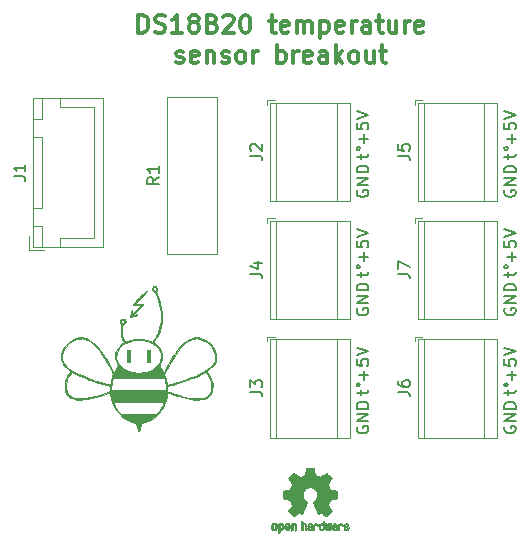
<source format=gbr>
%TF.GenerationSoftware,KiCad,Pcbnew,(5.1.7)-1*%
%TF.CreationDate,2021-06-19T18:40:17+01:00*%
%TF.ProjectId,temp_breakout,74656d70-5f62-4726-9561-6b6f75742e6b,rev?*%
%TF.SameCoordinates,Original*%
%TF.FileFunction,Legend,Top*%
%TF.FilePolarity,Positive*%
%FSLAX46Y46*%
G04 Gerber Fmt 4.6, Leading zero omitted, Abs format (unit mm)*
G04 Created by KiCad (PCBNEW (5.1.7)-1) date 2021-06-19 18:40:17*
%MOMM*%
%LPD*%
G01*
G04 APERTURE LIST*
%ADD10C,0.300000*%
%ADD11C,0.150000*%
%ADD12C,0.010000*%
%ADD13C,0.120000*%
G04 APERTURE END LIST*
D10*
X122964285Y-84903571D02*
X122964285Y-83403571D01*
X123321428Y-83403571D01*
X123535714Y-83475000D01*
X123678571Y-83617857D01*
X123750000Y-83760714D01*
X123821428Y-84046428D01*
X123821428Y-84260714D01*
X123750000Y-84546428D01*
X123678571Y-84689285D01*
X123535714Y-84832142D01*
X123321428Y-84903571D01*
X122964285Y-84903571D01*
X124392857Y-84832142D02*
X124607142Y-84903571D01*
X124964285Y-84903571D01*
X125107142Y-84832142D01*
X125178571Y-84760714D01*
X125250000Y-84617857D01*
X125250000Y-84475000D01*
X125178571Y-84332142D01*
X125107142Y-84260714D01*
X124964285Y-84189285D01*
X124678571Y-84117857D01*
X124535714Y-84046428D01*
X124464285Y-83975000D01*
X124392857Y-83832142D01*
X124392857Y-83689285D01*
X124464285Y-83546428D01*
X124535714Y-83475000D01*
X124678571Y-83403571D01*
X125035714Y-83403571D01*
X125250000Y-83475000D01*
X126678571Y-84903571D02*
X125821428Y-84903571D01*
X126250000Y-84903571D02*
X126250000Y-83403571D01*
X126107142Y-83617857D01*
X125964285Y-83760714D01*
X125821428Y-83832142D01*
X127535714Y-84046428D02*
X127392857Y-83975000D01*
X127321428Y-83903571D01*
X127250000Y-83760714D01*
X127250000Y-83689285D01*
X127321428Y-83546428D01*
X127392857Y-83475000D01*
X127535714Y-83403571D01*
X127821428Y-83403571D01*
X127964285Y-83475000D01*
X128035714Y-83546428D01*
X128107142Y-83689285D01*
X128107142Y-83760714D01*
X128035714Y-83903571D01*
X127964285Y-83975000D01*
X127821428Y-84046428D01*
X127535714Y-84046428D01*
X127392857Y-84117857D01*
X127321428Y-84189285D01*
X127250000Y-84332142D01*
X127250000Y-84617857D01*
X127321428Y-84760714D01*
X127392857Y-84832142D01*
X127535714Y-84903571D01*
X127821428Y-84903571D01*
X127964285Y-84832142D01*
X128035714Y-84760714D01*
X128107142Y-84617857D01*
X128107142Y-84332142D01*
X128035714Y-84189285D01*
X127964285Y-84117857D01*
X127821428Y-84046428D01*
X129250000Y-84117857D02*
X129464285Y-84189285D01*
X129535714Y-84260714D01*
X129607142Y-84403571D01*
X129607142Y-84617857D01*
X129535714Y-84760714D01*
X129464285Y-84832142D01*
X129321428Y-84903571D01*
X128750000Y-84903571D01*
X128750000Y-83403571D01*
X129250000Y-83403571D01*
X129392857Y-83475000D01*
X129464285Y-83546428D01*
X129535714Y-83689285D01*
X129535714Y-83832142D01*
X129464285Y-83975000D01*
X129392857Y-84046428D01*
X129250000Y-84117857D01*
X128750000Y-84117857D01*
X130178571Y-83546428D02*
X130250000Y-83475000D01*
X130392857Y-83403571D01*
X130750000Y-83403571D01*
X130892857Y-83475000D01*
X130964285Y-83546428D01*
X131035714Y-83689285D01*
X131035714Y-83832142D01*
X130964285Y-84046428D01*
X130107142Y-84903571D01*
X131035714Y-84903571D01*
X131964285Y-83403571D02*
X132107142Y-83403571D01*
X132250000Y-83475000D01*
X132321428Y-83546428D01*
X132392857Y-83689285D01*
X132464285Y-83975000D01*
X132464285Y-84332142D01*
X132392857Y-84617857D01*
X132321428Y-84760714D01*
X132250000Y-84832142D01*
X132107142Y-84903571D01*
X131964285Y-84903571D01*
X131821428Y-84832142D01*
X131750000Y-84760714D01*
X131678571Y-84617857D01*
X131607142Y-84332142D01*
X131607142Y-83975000D01*
X131678571Y-83689285D01*
X131750000Y-83546428D01*
X131821428Y-83475000D01*
X131964285Y-83403571D01*
X134035714Y-83903571D02*
X134607142Y-83903571D01*
X134250000Y-83403571D02*
X134250000Y-84689285D01*
X134321428Y-84832142D01*
X134464285Y-84903571D01*
X134607142Y-84903571D01*
X135678571Y-84832142D02*
X135535714Y-84903571D01*
X135250000Y-84903571D01*
X135107142Y-84832142D01*
X135035714Y-84689285D01*
X135035714Y-84117857D01*
X135107142Y-83975000D01*
X135250000Y-83903571D01*
X135535714Y-83903571D01*
X135678571Y-83975000D01*
X135750000Y-84117857D01*
X135750000Y-84260714D01*
X135035714Y-84403571D01*
X136392857Y-84903571D02*
X136392857Y-83903571D01*
X136392857Y-84046428D02*
X136464285Y-83975000D01*
X136607142Y-83903571D01*
X136821428Y-83903571D01*
X136964285Y-83975000D01*
X137035714Y-84117857D01*
X137035714Y-84903571D01*
X137035714Y-84117857D02*
X137107142Y-83975000D01*
X137250000Y-83903571D01*
X137464285Y-83903571D01*
X137607142Y-83975000D01*
X137678571Y-84117857D01*
X137678571Y-84903571D01*
X138392857Y-83903571D02*
X138392857Y-85403571D01*
X138392857Y-83975000D02*
X138535714Y-83903571D01*
X138821428Y-83903571D01*
X138964285Y-83975000D01*
X139035714Y-84046428D01*
X139107142Y-84189285D01*
X139107142Y-84617857D01*
X139035714Y-84760714D01*
X138964285Y-84832142D01*
X138821428Y-84903571D01*
X138535714Y-84903571D01*
X138392857Y-84832142D01*
X140321428Y-84832142D02*
X140178571Y-84903571D01*
X139892857Y-84903571D01*
X139750000Y-84832142D01*
X139678571Y-84689285D01*
X139678571Y-84117857D01*
X139750000Y-83975000D01*
X139892857Y-83903571D01*
X140178571Y-83903571D01*
X140321428Y-83975000D01*
X140392857Y-84117857D01*
X140392857Y-84260714D01*
X139678571Y-84403571D01*
X141035714Y-84903571D02*
X141035714Y-83903571D01*
X141035714Y-84189285D02*
X141107142Y-84046428D01*
X141178571Y-83975000D01*
X141321428Y-83903571D01*
X141464285Y-83903571D01*
X142607142Y-84903571D02*
X142607142Y-84117857D01*
X142535714Y-83975000D01*
X142392857Y-83903571D01*
X142107142Y-83903571D01*
X141964285Y-83975000D01*
X142607142Y-84832142D02*
X142464285Y-84903571D01*
X142107142Y-84903571D01*
X141964285Y-84832142D01*
X141892857Y-84689285D01*
X141892857Y-84546428D01*
X141964285Y-84403571D01*
X142107142Y-84332142D01*
X142464285Y-84332142D01*
X142607142Y-84260714D01*
X143107142Y-83903571D02*
X143678571Y-83903571D01*
X143321428Y-83403571D02*
X143321428Y-84689285D01*
X143392857Y-84832142D01*
X143535714Y-84903571D01*
X143678571Y-84903571D01*
X144821428Y-83903571D02*
X144821428Y-84903571D01*
X144178571Y-83903571D02*
X144178571Y-84689285D01*
X144250000Y-84832142D01*
X144392857Y-84903571D01*
X144607142Y-84903571D01*
X144750000Y-84832142D01*
X144821428Y-84760714D01*
X145535714Y-84903571D02*
X145535714Y-83903571D01*
X145535714Y-84189285D02*
X145607142Y-84046428D01*
X145678571Y-83975000D01*
X145821428Y-83903571D01*
X145964285Y-83903571D01*
X147035714Y-84832142D02*
X146892857Y-84903571D01*
X146607142Y-84903571D01*
X146464285Y-84832142D01*
X146392857Y-84689285D01*
X146392857Y-84117857D01*
X146464285Y-83975000D01*
X146607142Y-83903571D01*
X146892857Y-83903571D01*
X147035714Y-83975000D01*
X147107142Y-84117857D01*
X147107142Y-84260714D01*
X146392857Y-84403571D01*
X126178571Y-87382142D02*
X126321428Y-87453571D01*
X126607142Y-87453571D01*
X126750000Y-87382142D01*
X126821428Y-87239285D01*
X126821428Y-87167857D01*
X126750000Y-87025000D01*
X126607142Y-86953571D01*
X126392857Y-86953571D01*
X126250000Y-86882142D01*
X126178571Y-86739285D01*
X126178571Y-86667857D01*
X126250000Y-86525000D01*
X126392857Y-86453571D01*
X126607142Y-86453571D01*
X126750000Y-86525000D01*
X128035714Y-87382142D02*
X127892857Y-87453571D01*
X127607142Y-87453571D01*
X127464285Y-87382142D01*
X127392857Y-87239285D01*
X127392857Y-86667857D01*
X127464285Y-86525000D01*
X127607142Y-86453571D01*
X127892857Y-86453571D01*
X128035714Y-86525000D01*
X128107142Y-86667857D01*
X128107142Y-86810714D01*
X127392857Y-86953571D01*
X128750000Y-86453571D02*
X128750000Y-87453571D01*
X128750000Y-86596428D02*
X128821428Y-86525000D01*
X128964285Y-86453571D01*
X129178571Y-86453571D01*
X129321428Y-86525000D01*
X129392857Y-86667857D01*
X129392857Y-87453571D01*
X130035714Y-87382142D02*
X130178571Y-87453571D01*
X130464285Y-87453571D01*
X130607142Y-87382142D01*
X130678571Y-87239285D01*
X130678571Y-87167857D01*
X130607142Y-87025000D01*
X130464285Y-86953571D01*
X130250000Y-86953571D01*
X130107142Y-86882142D01*
X130035714Y-86739285D01*
X130035714Y-86667857D01*
X130107142Y-86525000D01*
X130250000Y-86453571D01*
X130464285Y-86453571D01*
X130607142Y-86525000D01*
X131535714Y-87453571D02*
X131392857Y-87382142D01*
X131321428Y-87310714D01*
X131250000Y-87167857D01*
X131250000Y-86739285D01*
X131321428Y-86596428D01*
X131392857Y-86525000D01*
X131535714Y-86453571D01*
X131750000Y-86453571D01*
X131892857Y-86525000D01*
X131964285Y-86596428D01*
X132035714Y-86739285D01*
X132035714Y-87167857D01*
X131964285Y-87310714D01*
X131892857Y-87382142D01*
X131750000Y-87453571D01*
X131535714Y-87453571D01*
X132678571Y-87453571D02*
X132678571Y-86453571D01*
X132678571Y-86739285D02*
X132750000Y-86596428D01*
X132821428Y-86525000D01*
X132964285Y-86453571D01*
X133107142Y-86453571D01*
X134750000Y-87453571D02*
X134750000Y-85953571D01*
X134750000Y-86525000D02*
X134892857Y-86453571D01*
X135178571Y-86453571D01*
X135321428Y-86525000D01*
X135392857Y-86596428D01*
X135464285Y-86739285D01*
X135464285Y-87167857D01*
X135392857Y-87310714D01*
X135321428Y-87382142D01*
X135178571Y-87453571D01*
X134892857Y-87453571D01*
X134750000Y-87382142D01*
X136107142Y-87453571D02*
X136107142Y-86453571D01*
X136107142Y-86739285D02*
X136178571Y-86596428D01*
X136250000Y-86525000D01*
X136392857Y-86453571D01*
X136535714Y-86453571D01*
X137607142Y-87382142D02*
X137464285Y-87453571D01*
X137178571Y-87453571D01*
X137035714Y-87382142D01*
X136964285Y-87239285D01*
X136964285Y-86667857D01*
X137035714Y-86525000D01*
X137178571Y-86453571D01*
X137464285Y-86453571D01*
X137607142Y-86525000D01*
X137678571Y-86667857D01*
X137678571Y-86810714D01*
X136964285Y-86953571D01*
X138964285Y-87453571D02*
X138964285Y-86667857D01*
X138892857Y-86525000D01*
X138750000Y-86453571D01*
X138464285Y-86453571D01*
X138321428Y-86525000D01*
X138964285Y-87382142D02*
X138821428Y-87453571D01*
X138464285Y-87453571D01*
X138321428Y-87382142D01*
X138250000Y-87239285D01*
X138250000Y-87096428D01*
X138321428Y-86953571D01*
X138464285Y-86882142D01*
X138821428Y-86882142D01*
X138964285Y-86810714D01*
X139678571Y-87453571D02*
X139678571Y-85953571D01*
X139821428Y-86882142D02*
X140250000Y-87453571D01*
X140250000Y-86453571D02*
X139678571Y-87025000D01*
X141107142Y-87453571D02*
X140964285Y-87382142D01*
X140892857Y-87310714D01*
X140821428Y-87167857D01*
X140821428Y-86739285D01*
X140892857Y-86596428D01*
X140964285Y-86525000D01*
X141107142Y-86453571D01*
X141321428Y-86453571D01*
X141464285Y-86525000D01*
X141535714Y-86596428D01*
X141607142Y-86739285D01*
X141607142Y-87167857D01*
X141535714Y-87310714D01*
X141464285Y-87382142D01*
X141321428Y-87453571D01*
X141107142Y-87453571D01*
X142892857Y-86453571D02*
X142892857Y-87453571D01*
X142250000Y-86453571D02*
X142250000Y-87239285D01*
X142321428Y-87382142D01*
X142464285Y-87453571D01*
X142678571Y-87453571D01*
X142821428Y-87382142D01*
X142892857Y-87310714D01*
X143392857Y-86453571D02*
X143964285Y-86453571D01*
X143607142Y-85953571D02*
X143607142Y-87239285D01*
X143678571Y-87382142D01*
X143821428Y-87453571D01*
X143964285Y-87453571D01*
D11*
X141785714Y-115571428D02*
X141785714Y-115190476D01*
X141452380Y-115428571D02*
X142309523Y-115428571D01*
X142404761Y-115380952D01*
X142452380Y-115285714D01*
X142452380Y-115190476D01*
X141452380Y-114714285D02*
X141500000Y-114809523D01*
X141595238Y-114857142D01*
X141690476Y-114809523D01*
X141738095Y-114714285D01*
X141690476Y-114619047D01*
X141595238Y-114571428D01*
X141500000Y-114619047D01*
X141452380Y-114714285D01*
X142071428Y-114285714D02*
X142071428Y-113523809D01*
X142452380Y-113904761D02*
X141690476Y-113904761D01*
X141452380Y-112571428D02*
X141452380Y-113047619D01*
X141928571Y-113095238D01*
X141880952Y-113047619D01*
X141833333Y-112952380D01*
X141833333Y-112714285D01*
X141880952Y-112619047D01*
X141928571Y-112571428D01*
X142023809Y-112523809D01*
X142261904Y-112523809D01*
X142357142Y-112571428D01*
X142404761Y-112619047D01*
X142452380Y-112714285D01*
X142452380Y-112952380D01*
X142404761Y-113047619D01*
X142357142Y-113095238D01*
X141452380Y-112238095D02*
X142452380Y-111904761D01*
X141452380Y-111571428D01*
X141500000Y-118261904D02*
X141452380Y-118357142D01*
X141452380Y-118500000D01*
X141500000Y-118642857D01*
X141595238Y-118738095D01*
X141690476Y-118785714D01*
X141880952Y-118833333D01*
X142023809Y-118833333D01*
X142214285Y-118785714D01*
X142309523Y-118738095D01*
X142404761Y-118642857D01*
X142452380Y-118500000D01*
X142452380Y-118404761D01*
X142404761Y-118261904D01*
X142357142Y-118214285D01*
X142023809Y-118214285D01*
X142023809Y-118404761D01*
X142452380Y-117785714D02*
X141452380Y-117785714D01*
X142452380Y-117214285D01*
X141452380Y-117214285D01*
X142452380Y-116738095D02*
X141452380Y-116738095D01*
X141452380Y-116500000D01*
X141500000Y-116357142D01*
X141595238Y-116261904D01*
X141690476Y-116214285D01*
X141880952Y-116166666D01*
X142023809Y-116166666D01*
X142214285Y-116214285D01*
X142309523Y-116261904D01*
X142404761Y-116357142D01*
X142452380Y-116500000D01*
X142452380Y-116738095D01*
X154000000Y-118261904D02*
X153952380Y-118357142D01*
X153952380Y-118500000D01*
X154000000Y-118642857D01*
X154095238Y-118738095D01*
X154190476Y-118785714D01*
X154380952Y-118833333D01*
X154523809Y-118833333D01*
X154714285Y-118785714D01*
X154809523Y-118738095D01*
X154904761Y-118642857D01*
X154952380Y-118500000D01*
X154952380Y-118404761D01*
X154904761Y-118261904D01*
X154857142Y-118214285D01*
X154523809Y-118214285D01*
X154523809Y-118404761D01*
X154952380Y-117785714D02*
X153952380Y-117785714D01*
X154952380Y-117214285D01*
X153952380Y-117214285D01*
X154952380Y-116738095D02*
X153952380Y-116738095D01*
X153952380Y-116500000D01*
X154000000Y-116357142D01*
X154095238Y-116261904D01*
X154190476Y-116214285D01*
X154380952Y-116166666D01*
X154523809Y-116166666D01*
X154714285Y-116214285D01*
X154809523Y-116261904D01*
X154904761Y-116357142D01*
X154952380Y-116500000D01*
X154952380Y-116738095D01*
X154571428Y-114285714D02*
X154571428Y-113523809D01*
X154952380Y-113904761D02*
X154190476Y-113904761D01*
X153952380Y-112571428D02*
X153952380Y-113047619D01*
X154428571Y-113095238D01*
X154380952Y-113047619D01*
X154333333Y-112952380D01*
X154333333Y-112714285D01*
X154380952Y-112619047D01*
X154428571Y-112571428D01*
X154523809Y-112523809D01*
X154761904Y-112523809D01*
X154857142Y-112571428D01*
X154904761Y-112619047D01*
X154952380Y-112714285D01*
X154952380Y-112952380D01*
X154904761Y-113047619D01*
X154857142Y-113095238D01*
X153952380Y-112238095D02*
X154952380Y-111904761D01*
X153952380Y-111571428D01*
X154285714Y-115571428D02*
X154285714Y-115190476D01*
X153952380Y-115428571D02*
X154809523Y-115428571D01*
X154904761Y-115380952D01*
X154952380Y-115285714D01*
X154952380Y-115190476D01*
X153952380Y-114714285D02*
X154000000Y-114809523D01*
X154095238Y-114857142D01*
X154190476Y-114809523D01*
X154238095Y-114714285D01*
X154190476Y-114619047D01*
X154095238Y-114571428D01*
X154000000Y-114619047D01*
X153952380Y-114714285D01*
X141785714Y-105571428D02*
X141785714Y-105190476D01*
X141452380Y-105428571D02*
X142309523Y-105428571D01*
X142404761Y-105380952D01*
X142452380Y-105285714D01*
X142452380Y-105190476D01*
X141452380Y-104714285D02*
X141500000Y-104809523D01*
X141595238Y-104857142D01*
X141690476Y-104809523D01*
X141738095Y-104714285D01*
X141690476Y-104619047D01*
X141595238Y-104571428D01*
X141500000Y-104619047D01*
X141452380Y-104714285D01*
X142071428Y-104285714D02*
X142071428Y-103523809D01*
X142452380Y-103904761D02*
X141690476Y-103904761D01*
X141452380Y-102571428D02*
X141452380Y-103047619D01*
X141928571Y-103095238D01*
X141880952Y-103047619D01*
X141833333Y-102952380D01*
X141833333Y-102714285D01*
X141880952Y-102619047D01*
X141928571Y-102571428D01*
X142023809Y-102523809D01*
X142261904Y-102523809D01*
X142357142Y-102571428D01*
X142404761Y-102619047D01*
X142452380Y-102714285D01*
X142452380Y-102952380D01*
X142404761Y-103047619D01*
X142357142Y-103095238D01*
X141452380Y-102238095D02*
X142452380Y-101904761D01*
X141452380Y-101571428D01*
X141500000Y-108261904D02*
X141452380Y-108357142D01*
X141452380Y-108500000D01*
X141500000Y-108642857D01*
X141595238Y-108738095D01*
X141690476Y-108785714D01*
X141880952Y-108833333D01*
X142023809Y-108833333D01*
X142214285Y-108785714D01*
X142309523Y-108738095D01*
X142404761Y-108642857D01*
X142452380Y-108500000D01*
X142452380Y-108404761D01*
X142404761Y-108261904D01*
X142357142Y-108214285D01*
X142023809Y-108214285D01*
X142023809Y-108404761D01*
X142452380Y-107785714D02*
X141452380Y-107785714D01*
X142452380Y-107214285D01*
X141452380Y-107214285D01*
X142452380Y-106738095D02*
X141452380Y-106738095D01*
X141452380Y-106500000D01*
X141500000Y-106357142D01*
X141595238Y-106261904D01*
X141690476Y-106214285D01*
X141880952Y-106166666D01*
X142023809Y-106166666D01*
X142214285Y-106214285D01*
X142309523Y-106261904D01*
X142404761Y-106357142D01*
X142452380Y-106500000D01*
X142452380Y-106738095D01*
X154000000Y-108261904D02*
X153952380Y-108357142D01*
X153952380Y-108500000D01*
X154000000Y-108642857D01*
X154095238Y-108738095D01*
X154190476Y-108785714D01*
X154380952Y-108833333D01*
X154523809Y-108833333D01*
X154714285Y-108785714D01*
X154809523Y-108738095D01*
X154904761Y-108642857D01*
X154952380Y-108500000D01*
X154952380Y-108404761D01*
X154904761Y-108261904D01*
X154857142Y-108214285D01*
X154523809Y-108214285D01*
X154523809Y-108404761D01*
X154952380Y-107785714D02*
X153952380Y-107785714D01*
X154952380Y-107214285D01*
X153952380Y-107214285D01*
X154952380Y-106738095D02*
X153952380Y-106738095D01*
X153952380Y-106500000D01*
X154000000Y-106357142D01*
X154095238Y-106261904D01*
X154190476Y-106214285D01*
X154380952Y-106166666D01*
X154523809Y-106166666D01*
X154714285Y-106214285D01*
X154809523Y-106261904D01*
X154904761Y-106357142D01*
X154952380Y-106500000D01*
X154952380Y-106738095D01*
X154571428Y-104285714D02*
X154571428Y-103523809D01*
X154952380Y-103904761D02*
X154190476Y-103904761D01*
X153952380Y-102571428D02*
X153952380Y-103047619D01*
X154428571Y-103095238D01*
X154380952Y-103047619D01*
X154333333Y-102952380D01*
X154333333Y-102714285D01*
X154380952Y-102619047D01*
X154428571Y-102571428D01*
X154523809Y-102523809D01*
X154761904Y-102523809D01*
X154857142Y-102571428D01*
X154904761Y-102619047D01*
X154952380Y-102714285D01*
X154952380Y-102952380D01*
X154904761Y-103047619D01*
X154857142Y-103095238D01*
X153952380Y-102238095D02*
X154952380Y-101904761D01*
X153952380Y-101571428D01*
X154285714Y-105571428D02*
X154285714Y-105190476D01*
X153952380Y-105428571D02*
X154809523Y-105428571D01*
X154904761Y-105380952D01*
X154952380Y-105285714D01*
X154952380Y-105190476D01*
X153952380Y-104714285D02*
X154000000Y-104809523D01*
X154095238Y-104857142D01*
X154190476Y-104809523D01*
X154238095Y-104714285D01*
X154190476Y-104619047D01*
X154095238Y-104571428D01*
X154000000Y-104619047D01*
X153952380Y-104714285D01*
X154000000Y-98261904D02*
X153952380Y-98357142D01*
X153952380Y-98500000D01*
X154000000Y-98642857D01*
X154095238Y-98738095D01*
X154190476Y-98785714D01*
X154380952Y-98833333D01*
X154523809Y-98833333D01*
X154714285Y-98785714D01*
X154809523Y-98738095D01*
X154904761Y-98642857D01*
X154952380Y-98500000D01*
X154952380Y-98404761D01*
X154904761Y-98261904D01*
X154857142Y-98214285D01*
X154523809Y-98214285D01*
X154523809Y-98404761D01*
X154952380Y-97785714D02*
X153952380Y-97785714D01*
X154952380Y-97214285D01*
X153952380Y-97214285D01*
X154952380Y-96738095D02*
X153952380Y-96738095D01*
X153952380Y-96500000D01*
X154000000Y-96357142D01*
X154095238Y-96261904D01*
X154190476Y-96214285D01*
X154380952Y-96166666D01*
X154523809Y-96166666D01*
X154714285Y-96214285D01*
X154809523Y-96261904D01*
X154904761Y-96357142D01*
X154952380Y-96500000D01*
X154952380Y-96738095D01*
X154571428Y-94285714D02*
X154571428Y-93523809D01*
X154952380Y-93904761D02*
X154190476Y-93904761D01*
X153952380Y-92571428D02*
X153952380Y-93047619D01*
X154428571Y-93095238D01*
X154380952Y-93047619D01*
X154333333Y-92952380D01*
X154333333Y-92714285D01*
X154380952Y-92619047D01*
X154428571Y-92571428D01*
X154523809Y-92523809D01*
X154761904Y-92523809D01*
X154857142Y-92571428D01*
X154904761Y-92619047D01*
X154952380Y-92714285D01*
X154952380Y-92952380D01*
X154904761Y-93047619D01*
X154857142Y-93095238D01*
X153952380Y-92238095D02*
X154952380Y-91904761D01*
X153952380Y-91571428D01*
X154285714Y-95571428D02*
X154285714Y-95190476D01*
X153952380Y-95428571D02*
X154809523Y-95428571D01*
X154904761Y-95380952D01*
X154952380Y-95285714D01*
X154952380Y-95190476D01*
X153952380Y-94714285D02*
X154000000Y-94809523D01*
X154095238Y-94857142D01*
X154190476Y-94809523D01*
X154238095Y-94714285D01*
X154190476Y-94619047D01*
X154095238Y-94571428D01*
X154000000Y-94619047D01*
X153952380Y-94714285D01*
X141500000Y-98261904D02*
X141452380Y-98357142D01*
X141452380Y-98500000D01*
X141500000Y-98642857D01*
X141595238Y-98738095D01*
X141690476Y-98785714D01*
X141880952Y-98833333D01*
X142023809Y-98833333D01*
X142214285Y-98785714D01*
X142309523Y-98738095D01*
X142404761Y-98642857D01*
X142452380Y-98500000D01*
X142452380Y-98404761D01*
X142404761Y-98261904D01*
X142357142Y-98214285D01*
X142023809Y-98214285D01*
X142023809Y-98404761D01*
X142452380Y-97785714D02*
X141452380Y-97785714D01*
X142452380Y-97214285D01*
X141452380Y-97214285D01*
X142452380Y-96738095D02*
X141452380Y-96738095D01*
X141452380Y-96500000D01*
X141500000Y-96357142D01*
X141595238Y-96261904D01*
X141690476Y-96214285D01*
X141880952Y-96166666D01*
X142023809Y-96166666D01*
X142214285Y-96214285D01*
X142309523Y-96261904D01*
X142404761Y-96357142D01*
X142452380Y-96500000D01*
X142452380Y-96738095D01*
X142071428Y-94285714D02*
X142071428Y-93523809D01*
X142452380Y-93904761D02*
X141690476Y-93904761D01*
X141452380Y-92571428D02*
X141452380Y-93047619D01*
X141928571Y-93095238D01*
X141880952Y-93047619D01*
X141833333Y-92952380D01*
X141833333Y-92714285D01*
X141880952Y-92619047D01*
X141928571Y-92571428D01*
X142023809Y-92523809D01*
X142261904Y-92523809D01*
X142357142Y-92571428D01*
X142404761Y-92619047D01*
X142452380Y-92714285D01*
X142452380Y-92952380D01*
X142404761Y-93047619D01*
X142357142Y-93095238D01*
X141452380Y-92238095D02*
X142452380Y-91904761D01*
X141452380Y-91571428D01*
X141785714Y-95571428D02*
X141785714Y-95190476D01*
X141452380Y-95428571D02*
X142309523Y-95428571D01*
X142404761Y-95380952D01*
X142452380Y-95285714D01*
X142452380Y-95190476D01*
X141452380Y-94714285D02*
X141500000Y-94809523D01*
X141595238Y-94857142D01*
X141690476Y-94809523D01*
X141738095Y-94714285D01*
X141690476Y-94619047D01*
X141595238Y-94571428D01*
X141500000Y-94619047D01*
X141452380Y-94714285D01*
D12*
%TO.C,REF\u002A\u002A*%
G36*
X135099744Y-126419918D02*
G01*
X135155201Y-126447568D01*
X135204148Y-126498480D01*
X135217629Y-126517338D01*
X135232314Y-126542015D01*
X135241842Y-126568816D01*
X135247293Y-126604587D01*
X135249747Y-126656169D01*
X135250286Y-126724267D01*
X135247852Y-126817588D01*
X135239394Y-126887657D01*
X135223174Y-126939931D01*
X135197454Y-126979869D01*
X135160497Y-127012929D01*
X135157782Y-127014886D01*
X135121360Y-127034908D01*
X135077502Y-127044815D01*
X135021724Y-127047257D01*
X134931048Y-127047257D01*
X134931010Y-127135283D01*
X134930166Y-127184308D01*
X134925024Y-127213065D01*
X134911587Y-127230311D01*
X134885858Y-127244808D01*
X134879679Y-127247769D01*
X134850764Y-127261648D01*
X134828376Y-127270414D01*
X134811729Y-127271171D01*
X134800036Y-127261023D01*
X134792510Y-127237073D01*
X134788366Y-127196426D01*
X134786815Y-127136186D01*
X134787071Y-127053455D01*
X134788349Y-126945339D01*
X134788748Y-126913000D01*
X134790185Y-126801524D01*
X134791472Y-126728603D01*
X134930971Y-126728603D01*
X134931755Y-126790499D01*
X134935240Y-126830997D01*
X134943124Y-126857708D01*
X134957105Y-126878244D01*
X134966597Y-126888260D01*
X135005404Y-126917567D01*
X135039763Y-126919952D01*
X135075216Y-126895750D01*
X135076114Y-126894857D01*
X135090539Y-126876153D01*
X135099313Y-126850732D01*
X135103739Y-126811584D01*
X135105118Y-126751697D01*
X135105143Y-126738430D01*
X135101812Y-126655901D01*
X135090969Y-126598691D01*
X135071340Y-126563766D01*
X135041650Y-126548094D01*
X135024491Y-126546514D01*
X134983766Y-126553926D01*
X134955832Y-126578330D01*
X134939017Y-126622980D01*
X134931650Y-126691130D01*
X134930971Y-126728603D01*
X134791472Y-126728603D01*
X134791708Y-126715245D01*
X134793677Y-126650333D01*
X134796450Y-126602958D01*
X134800388Y-126569290D01*
X134805849Y-126545498D01*
X134813192Y-126527753D01*
X134822777Y-126512224D01*
X134826887Y-126506381D01*
X134881405Y-126451185D01*
X134950336Y-126419890D01*
X135030072Y-126411165D01*
X135099744Y-126419918D01*
G37*
X135099744Y-126419918D02*
X135155201Y-126447568D01*
X135204148Y-126498480D01*
X135217629Y-126517338D01*
X135232314Y-126542015D01*
X135241842Y-126568816D01*
X135247293Y-126604587D01*
X135249747Y-126656169D01*
X135250286Y-126724267D01*
X135247852Y-126817588D01*
X135239394Y-126887657D01*
X135223174Y-126939931D01*
X135197454Y-126979869D01*
X135160497Y-127012929D01*
X135157782Y-127014886D01*
X135121360Y-127034908D01*
X135077502Y-127044815D01*
X135021724Y-127047257D01*
X134931048Y-127047257D01*
X134931010Y-127135283D01*
X134930166Y-127184308D01*
X134925024Y-127213065D01*
X134911587Y-127230311D01*
X134885858Y-127244808D01*
X134879679Y-127247769D01*
X134850764Y-127261648D01*
X134828376Y-127270414D01*
X134811729Y-127271171D01*
X134800036Y-127261023D01*
X134792510Y-127237073D01*
X134788366Y-127196426D01*
X134786815Y-127136186D01*
X134787071Y-127053455D01*
X134788349Y-126945339D01*
X134788748Y-126913000D01*
X134790185Y-126801524D01*
X134791472Y-126728603D01*
X134930971Y-126728603D01*
X134931755Y-126790499D01*
X134935240Y-126830997D01*
X134943124Y-126857708D01*
X134957105Y-126878244D01*
X134966597Y-126888260D01*
X135005404Y-126917567D01*
X135039763Y-126919952D01*
X135075216Y-126895750D01*
X135076114Y-126894857D01*
X135090539Y-126876153D01*
X135099313Y-126850732D01*
X135103739Y-126811584D01*
X135105118Y-126751697D01*
X135105143Y-126738430D01*
X135101812Y-126655901D01*
X135090969Y-126598691D01*
X135071340Y-126563766D01*
X135041650Y-126548094D01*
X135024491Y-126546514D01*
X134983766Y-126553926D01*
X134955832Y-126578330D01*
X134939017Y-126622980D01*
X134931650Y-126691130D01*
X134930971Y-126728603D01*
X134791472Y-126728603D01*
X134791708Y-126715245D01*
X134793677Y-126650333D01*
X134796450Y-126602958D01*
X134800388Y-126569290D01*
X134805849Y-126545498D01*
X134813192Y-126527753D01*
X134822777Y-126512224D01*
X134826887Y-126506381D01*
X134881405Y-126451185D01*
X134950336Y-126419890D01*
X135030072Y-126411165D01*
X135099744Y-126419918D01*
G36*
X136216093Y-126427780D02*
G01*
X136262672Y-126454723D01*
X136295057Y-126481466D01*
X136318742Y-126509484D01*
X136335059Y-126543748D01*
X136345339Y-126589227D01*
X136350914Y-126650892D01*
X136353116Y-126733711D01*
X136353371Y-126793246D01*
X136353371Y-127012391D01*
X136291686Y-127040044D01*
X136230000Y-127067697D01*
X136222743Y-126827670D01*
X136219744Y-126738028D01*
X136216598Y-126672962D01*
X136212701Y-126628026D01*
X136207447Y-126598770D01*
X136200231Y-126580748D01*
X136190450Y-126569511D01*
X136187312Y-126567079D01*
X136139761Y-126548083D01*
X136091697Y-126555600D01*
X136063086Y-126575543D01*
X136051447Y-126589675D01*
X136043391Y-126608220D01*
X136038271Y-126636334D01*
X136035441Y-126679173D01*
X136034256Y-126741895D01*
X136034057Y-126807261D01*
X136034018Y-126889268D01*
X136032614Y-126947316D01*
X136027914Y-126986465D01*
X136017987Y-127011780D01*
X136000903Y-127028323D01*
X135974732Y-127041156D01*
X135939775Y-127054491D01*
X135901596Y-127069007D01*
X135906141Y-126811389D01*
X135907971Y-126718519D01*
X135910112Y-126649889D01*
X135913181Y-126600711D01*
X135917794Y-126566198D01*
X135924568Y-126541562D01*
X135934119Y-126522016D01*
X135945634Y-126504770D01*
X136001190Y-126449680D01*
X136068980Y-126417822D01*
X136142713Y-126410191D01*
X136216093Y-126427780D01*
G37*
X136216093Y-126427780D02*
X136262672Y-126454723D01*
X136295057Y-126481466D01*
X136318742Y-126509484D01*
X136335059Y-126543748D01*
X136345339Y-126589227D01*
X136350914Y-126650892D01*
X136353116Y-126733711D01*
X136353371Y-126793246D01*
X136353371Y-127012391D01*
X136291686Y-127040044D01*
X136230000Y-127067697D01*
X136222743Y-126827670D01*
X136219744Y-126738028D01*
X136216598Y-126672962D01*
X136212701Y-126628026D01*
X136207447Y-126598770D01*
X136200231Y-126580748D01*
X136190450Y-126569511D01*
X136187312Y-126567079D01*
X136139761Y-126548083D01*
X136091697Y-126555600D01*
X136063086Y-126575543D01*
X136051447Y-126589675D01*
X136043391Y-126608220D01*
X136038271Y-126636334D01*
X136035441Y-126679173D01*
X136034256Y-126741895D01*
X136034057Y-126807261D01*
X136034018Y-126889268D01*
X136032614Y-126947316D01*
X136027914Y-126986465D01*
X136017987Y-127011780D01*
X136000903Y-127028323D01*
X135974732Y-127041156D01*
X135939775Y-127054491D01*
X135901596Y-127069007D01*
X135906141Y-126811389D01*
X135907971Y-126718519D01*
X135910112Y-126649889D01*
X135913181Y-126600711D01*
X135917794Y-126566198D01*
X135924568Y-126541562D01*
X135934119Y-126522016D01*
X135945634Y-126504770D01*
X136001190Y-126449680D01*
X136068980Y-126417822D01*
X136142713Y-126410191D01*
X136216093Y-126427780D01*
G36*
X134541115Y-126421962D02*
G01*
X134609145Y-126457733D01*
X134659351Y-126515301D01*
X134677185Y-126552312D01*
X134691063Y-126607882D01*
X134698167Y-126678096D01*
X134698840Y-126754727D01*
X134693427Y-126829552D01*
X134682270Y-126894342D01*
X134665714Y-126940873D01*
X134660626Y-126948887D01*
X134600355Y-127008707D01*
X134528769Y-127044535D01*
X134451092Y-127055020D01*
X134372548Y-127038810D01*
X134350689Y-127029092D01*
X134308122Y-126999143D01*
X134270763Y-126959433D01*
X134267232Y-126954397D01*
X134252881Y-126930124D01*
X134243394Y-126904178D01*
X134237790Y-126870022D01*
X134235086Y-126821119D01*
X134234299Y-126750935D01*
X134234286Y-126735200D01*
X134234322Y-126730192D01*
X134379429Y-126730192D01*
X134380273Y-126796430D01*
X134383596Y-126840386D01*
X134390583Y-126868779D01*
X134402416Y-126888325D01*
X134408457Y-126894857D01*
X134443186Y-126919680D01*
X134476903Y-126918548D01*
X134510995Y-126897016D01*
X134531329Y-126874029D01*
X134543371Y-126840478D01*
X134550134Y-126787569D01*
X134550598Y-126781399D01*
X134551752Y-126685513D01*
X134539688Y-126614299D01*
X134514570Y-126568194D01*
X134476560Y-126547635D01*
X134462992Y-126546514D01*
X134427364Y-126552152D01*
X134402994Y-126571686D01*
X134388093Y-126609042D01*
X134380875Y-126668150D01*
X134379429Y-126730192D01*
X134234322Y-126730192D01*
X134234826Y-126660413D01*
X134237096Y-126608159D01*
X134242068Y-126571949D01*
X134250713Y-126545299D01*
X134264005Y-126521722D01*
X134266943Y-126517338D01*
X134316313Y-126458249D01*
X134370109Y-126423947D01*
X134435602Y-126410331D01*
X134457842Y-126409665D01*
X134541115Y-126421962D01*
G37*
X134541115Y-126421962D02*
X134609145Y-126457733D01*
X134659351Y-126515301D01*
X134677185Y-126552312D01*
X134691063Y-126607882D01*
X134698167Y-126678096D01*
X134698840Y-126754727D01*
X134693427Y-126829552D01*
X134682270Y-126894342D01*
X134665714Y-126940873D01*
X134660626Y-126948887D01*
X134600355Y-127008707D01*
X134528769Y-127044535D01*
X134451092Y-127055020D01*
X134372548Y-127038810D01*
X134350689Y-127029092D01*
X134308122Y-126999143D01*
X134270763Y-126959433D01*
X134267232Y-126954397D01*
X134252881Y-126930124D01*
X134243394Y-126904178D01*
X134237790Y-126870022D01*
X134235086Y-126821119D01*
X134234299Y-126750935D01*
X134234286Y-126735200D01*
X134234322Y-126730192D01*
X134379429Y-126730192D01*
X134380273Y-126796430D01*
X134383596Y-126840386D01*
X134390583Y-126868779D01*
X134402416Y-126888325D01*
X134408457Y-126894857D01*
X134443186Y-126919680D01*
X134476903Y-126918548D01*
X134510995Y-126897016D01*
X134531329Y-126874029D01*
X134543371Y-126840478D01*
X134550134Y-126787569D01*
X134550598Y-126781399D01*
X134551752Y-126685513D01*
X134539688Y-126614299D01*
X134514570Y-126568194D01*
X134476560Y-126547635D01*
X134462992Y-126546514D01*
X134427364Y-126552152D01*
X134402994Y-126571686D01*
X134388093Y-126609042D01*
X134380875Y-126668150D01*
X134379429Y-126730192D01*
X134234322Y-126730192D01*
X134234826Y-126660413D01*
X134237096Y-126608159D01*
X134242068Y-126571949D01*
X134250713Y-126545299D01*
X134264005Y-126521722D01*
X134266943Y-126517338D01*
X134316313Y-126458249D01*
X134370109Y-126423947D01*
X134435602Y-126410331D01*
X134457842Y-126409665D01*
X134541115Y-126421962D01*
G36*
X135668303Y-126431239D02*
G01*
X135725527Y-126469735D01*
X135769749Y-126525335D01*
X135796167Y-126596086D01*
X135801510Y-126648162D01*
X135800903Y-126669893D01*
X135795822Y-126686531D01*
X135781855Y-126701437D01*
X135754589Y-126717973D01*
X135709612Y-126739498D01*
X135642511Y-126769374D01*
X135642171Y-126769524D01*
X135580407Y-126797813D01*
X135529759Y-126822933D01*
X135495404Y-126842179D01*
X135482518Y-126852848D01*
X135482514Y-126852934D01*
X135493872Y-126876166D01*
X135520431Y-126901774D01*
X135550923Y-126920221D01*
X135566370Y-126923886D01*
X135608515Y-126911212D01*
X135644808Y-126879471D01*
X135662517Y-126844572D01*
X135679552Y-126818845D01*
X135712922Y-126789546D01*
X135752149Y-126764235D01*
X135786756Y-126750471D01*
X135793993Y-126749714D01*
X135802139Y-126762160D01*
X135802630Y-126793972D01*
X135796643Y-126836866D01*
X135785357Y-126882558D01*
X135769950Y-126922761D01*
X135769171Y-126924322D01*
X135722804Y-126989062D01*
X135662711Y-127033097D01*
X135594465Y-127054711D01*
X135523638Y-127052185D01*
X135455804Y-127023804D01*
X135452788Y-127021808D01*
X135399427Y-126973448D01*
X135364340Y-126910352D01*
X135344922Y-126827387D01*
X135342316Y-126804078D01*
X135337701Y-126694055D01*
X135343233Y-126642748D01*
X135482514Y-126642748D01*
X135484324Y-126674753D01*
X135494222Y-126684093D01*
X135518898Y-126677105D01*
X135557795Y-126660587D01*
X135601275Y-126639881D01*
X135602356Y-126639333D01*
X135639209Y-126619949D01*
X135654000Y-126607013D01*
X135650353Y-126593451D01*
X135634995Y-126575632D01*
X135595923Y-126549845D01*
X135553846Y-126547950D01*
X135516103Y-126566717D01*
X135490034Y-126602915D01*
X135482514Y-126642748D01*
X135343233Y-126642748D01*
X135347194Y-126606027D01*
X135371550Y-126536212D01*
X135405456Y-126487302D01*
X135466653Y-126437878D01*
X135534063Y-126413359D01*
X135602880Y-126411797D01*
X135668303Y-126431239D01*
G37*
X135668303Y-126431239D02*
X135725527Y-126469735D01*
X135769749Y-126525335D01*
X135796167Y-126596086D01*
X135801510Y-126648162D01*
X135800903Y-126669893D01*
X135795822Y-126686531D01*
X135781855Y-126701437D01*
X135754589Y-126717973D01*
X135709612Y-126739498D01*
X135642511Y-126769374D01*
X135642171Y-126769524D01*
X135580407Y-126797813D01*
X135529759Y-126822933D01*
X135495404Y-126842179D01*
X135482518Y-126852848D01*
X135482514Y-126852934D01*
X135493872Y-126876166D01*
X135520431Y-126901774D01*
X135550923Y-126920221D01*
X135566370Y-126923886D01*
X135608515Y-126911212D01*
X135644808Y-126879471D01*
X135662517Y-126844572D01*
X135679552Y-126818845D01*
X135712922Y-126789546D01*
X135752149Y-126764235D01*
X135786756Y-126750471D01*
X135793993Y-126749714D01*
X135802139Y-126762160D01*
X135802630Y-126793972D01*
X135796643Y-126836866D01*
X135785357Y-126882558D01*
X135769950Y-126922761D01*
X135769171Y-126924322D01*
X135722804Y-126989062D01*
X135662711Y-127033097D01*
X135594465Y-127054711D01*
X135523638Y-127052185D01*
X135455804Y-127023804D01*
X135452788Y-127021808D01*
X135399427Y-126973448D01*
X135364340Y-126910352D01*
X135344922Y-126827387D01*
X135342316Y-126804078D01*
X135337701Y-126694055D01*
X135343233Y-126642748D01*
X135482514Y-126642748D01*
X135484324Y-126674753D01*
X135494222Y-126684093D01*
X135518898Y-126677105D01*
X135557795Y-126660587D01*
X135601275Y-126639881D01*
X135602356Y-126639333D01*
X135639209Y-126619949D01*
X135654000Y-126607013D01*
X135650353Y-126593451D01*
X135634995Y-126575632D01*
X135595923Y-126549845D01*
X135553846Y-126547950D01*
X135516103Y-126566717D01*
X135490034Y-126602915D01*
X135482514Y-126642748D01*
X135343233Y-126642748D01*
X135347194Y-126606027D01*
X135371550Y-126536212D01*
X135405456Y-126487302D01*
X135466653Y-126437878D01*
X135534063Y-126413359D01*
X135602880Y-126411797D01*
X135668303Y-126431239D01*
G36*
X136875886Y-126351289D02*
G01*
X136880139Y-126410613D01*
X136885025Y-126445572D01*
X136891795Y-126460820D01*
X136901702Y-126461015D01*
X136904914Y-126459195D01*
X136947644Y-126446015D01*
X137003227Y-126446785D01*
X137059737Y-126460333D01*
X137095082Y-126477861D01*
X137131321Y-126505861D01*
X137157813Y-126537549D01*
X137175999Y-126577813D01*
X137187322Y-126631543D01*
X137193222Y-126703626D01*
X137195143Y-126798951D01*
X137195177Y-126817237D01*
X137195200Y-127022646D01*
X137149491Y-127038580D01*
X137117027Y-127049420D01*
X137099215Y-127054468D01*
X137098691Y-127054514D01*
X137096937Y-127040828D01*
X137095444Y-127003076D01*
X137094326Y-126946224D01*
X137093697Y-126875234D01*
X137093600Y-126832073D01*
X137093398Y-126746973D01*
X137092358Y-126685981D01*
X137089831Y-126644177D01*
X137085164Y-126616642D01*
X137077707Y-126598456D01*
X137066811Y-126584698D01*
X137060007Y-126578073D01*
X137013272Y-126551375D01*
X136962272Y-126549375D01*
X136916001Y-126571955D01*
X136907444Y-126580107D01*
X136894893Y-126595436D01*
X136886188Y-126613618D01*
X136880631Y-126639909D01*
X136877526Y-126679562D01*
X136876176Y-126737832D01*
X136875886Y-126818173D01*
X136875886Y-127022646D01*
X136830177Y-127038580D01*
X136797713Y-127049420D01*
X136779901Y-127054468D01*
X136779377Y-127054514D01*
X136778037Y-127040623D01*
X136776828Y-127001439D01*
X136775801Y-126940700D01*
X136775002Y-126862141D01*
X136774481Y-126769498D01*
X136774286Y-126666509D01*
X136774286Y-126269342D01*
X136821457Y-126249444D01*
X136868629Y-126229547D01*
X136875886Y-126351289D01*
G37*
X136875886Y-126351289D02*
X136880139Y-126410613D01*
X136885025Y-126445572D01*
X136891795Y-126460820D01*
X136901702Y-126461015D01*
X136904914Y-126459195D01*
X136947644Y-126446015D01*
X137003227Y-126446785D01*
X137059737Y-126460333D01*
X137095082Y-126477861D01*
X137131321Y-126505861D01*
X137157813Y-126537549D01*
X137175999Y-126577813D01*
X137187322Y-126631543D01*
X137193222Y-126703626D01*
X137195143Y-126798951D01*
X137195177Y-126817237D01*
X137195200Y-127022646D01*
X137149491Y-127038580D01*
X137117027Y-127049420D01*
X137099215Y-127054468D01*
X137098691Y-127054514D01*
X137096937Y-127040828D01*
X137095444Y-127003076D01*
X137094326Y-126946224D01*
X137093697Y-126875234D01*
X137093600Y-126832073D01*
X137093398Y-126746973D01*
X137092358Y-126685981D01*
X137089831Y-126644177D01*
X137085164Y-126616642D01*
X137077707Y-126598456D01*
X137066811Y-126584698D01*
X137060007Y-126578073D01*
X137013272Y-126551375D01*
X136962272Y-126549375D01*
X136916001Y-126571955D01*
X136907444Y-126580107D01*
X136894893Y-126595436D01*
X136886188Y-126613618D01*
X136880631Y-126639909D01*
X136877526Y-126679562D01*
X136876176Y-126737832D01*
X136875886Y-126818173D01*
X136875886Y-127022646D01*
X136830177Y-127038580D01*
X136797713Y-127049420D01*
X136779901Y-127054468D01*
X136779377Y-127054514D01*
X136778037Y-127040623D01*
X136776828Y-127001439D01*
X136775801Y-126940700D01*
X136775002Y-126862141D01*
X136774481Y-126769498D01*
X136774286Y-126666509D01*
X136774286Y-126269342D01*
X136821457Y-126249444D01*
X136868629Y-126229547D01*
X136875886Y-126351289D01*
G36*
X137539744Y-126450968D02*
G01*
X137596616Y-126472087D01*
X137597267Y-126472493D01*
X137632440Y-126498380D01*
X137658407Y-126528633D01*
X137676670Y-126568058D01*
X137688732Y-126621462D01*
X137696096Y-126693651D01*
X137700264Y-126789432D01*
X137700629Y-126803078D01*
X137705876Y-127008842D01*
X137661716Y-127031678D01*
X137629763Y-127047110D01*
X137610470Y-127054423D01*
X137609578Y-127054514D01*
X137606239Y-127041022D01*
X137603587Y-127004626D01*
X137601956Y-126951452D01*
X137601600Y-126908393D01*
X137601592Y-126838641D01*
X137598403Y-126794837D01*
X137587288Y-126773944D01*
X137563501Y-126772925D01*
X137522296Y-126788741D01*
X137460086Y-126817815D01*
X137414341Y-126841963D01*
X137390813Y-126862913D01*
X137383896Y-126885747D01*
X137383886Y-126886877D01*
X137395299Y-126926212D01*
X137429092Y-126947462D01*
X137480809Y-126950539D01*
X137518061Y-126950006D01*
X137537703Y-126960735D01*
X137549952Y-126986505D01*
X137557002Y-127019337D01*
X137546842Y-127037966D01*
X137543017Y-127040632D01*
X137507001Y-127051340D01*
X137456566Y-127052856D01*
X137404626Y-127045759D01*
X137367822Y-127032788D01*
X137316938Y-126989585D01*
X137288014Y-126929446D01*
X137282286Y-126882462D01*
X137286657Y-126840082D01*
X137302475Y-126805488D01*
X137333797Y-126774763D01*
X137384678Y-126743990D01*
X137459176Y-126709252D01*
X137463714Y-126707288D01*
X137530821Y-126676287D01*
X137572232Y-126650862D01*
X137589981Y-126628014D01*
X137586107Y-126604745D01*
X137562643Y-126578056D01*
X137555627Y-126571914D01*
X137508630Y-126548100D01*
X137459933Y-126549103D01*
X137417522Y-126572451D01*
X137389384Y-126615675D01*
X137386769Y-126624160D01*
X137361308Y-126665308D01*
X137329001Y-126685128D01*
X137282286Y-126704770D01*
X137282286Y-126653950D01*
X137296496Y-126580082D01*
X137338675Y-126512327D01*
X137360624Y-126489661D01*
X137410517Y-126460569D01*
X137473967Y-126447400D01*
X137539744Y-126450968D01*
G37*
X137539744Y-126450968D02*
X137596616Y-126472087D01*
X137597267Y-126472493D01*
X137632440Y-126498380D01*
X137658407Y-126528633D01*
X137676670Y-126568058D01*
X137688732Y-126621462D01*
X137696096Y-126693651D01*
X137700264Y-126789432D01*
X137700629Y-126803078D01*
X137705876Y-127008842D01*
X137661716Y-127031678D01*
X137629763Y-127047110D01*
X137610470Y-127054423D01*
X137609578Y-127054514D01*
X137606239Y-127041022D01*
X137603587Y-127004626D01*
X137601956Y-126951452D01*
X137601600Y-126908393D01*
X137601592Y-126838641D01*
X137598403Y-126794837D01*
X137587288Y-126773944D01*
X137563501Y-126772925D01*
X137522296Y-126788741D01*
X137460086Y-126817815D01*
X137414341Y-126841963D01*
X137390813Y-126862913D01*
X137383896Y-126885747D01*
X137383886Y-126886877D01*
X137395299Y-126926212D01*
X137429092Y-126947462D01*
X137480809Y-126950539D01*
X137518061Y-126950006D01*
X137537703Y-126960735D01*
X137549952Y-126986505D01*
X137557002Y-127019337D01*
X137546842Y-127037966D01*
X137543017Y-127040632D01*
X137507001Y-127051340D01*
X137456566Y-127052856D01*
X137404626Y-127045759D01*
X137367822Y-127032788D01*
X137316938Y-126989585D01*
X137288014Y-126929446D01*
X137282286Y-126882462D01*
X137286657Y-126840082D01*
X137302475Y-126805488D01*
X137333797Y-126774763D01*
X137384678Y-126743990D01*
X137459176Y-126709252D01*
X137463714Y-126707288D01*
X137530821Y-126676287D01*
X137572232Y-126650862D01*
X137589981Y-126628014D01*
X137586107Y-126604745D01*
X137562643Y-126578056D01*
X137555627Y-126571914D01*
X137508630Y-126548100D01*
X137459933Y-126549103D01*
X137417522Y-126572451D01*
X137389384Y-126615675D01*
X137386769Y-126624160D01*
X137361308Y-126665308D01*
X137329001Y-126685128D01*
X137282286Y-126704770D01*
X137282286Y-126653950D01*
X137296496Y-126580082D01*
X137338675Y-126512327D01*
X137360624Y-126489661D01*
X137410517Y-126460569D01*
X137473967Y-126447400D01*
X137539744Y-126450968D01*
G36*
X138029926Y-126449755D02*
G01*
X138095858Y-126474084D01*
X138149273Y-126517117D01*
X138170164Y-126547409D01*
X138192939Y-126602994D01*
X138192466Y-126643186D01*
X138168562Y-126670217D01*
X138159717Y-126674813D01*
X138121530Y-126689144D01*
X138102028Y-126685472D01*
X138095422Y-126661407D01*
X138095086Y-126648114D01*
X138082992Y-126599210D01*
X138051471Y-126564999D01*
X138007659Y-126548476D01*
X137958695Y-126552634D01*
X137918894Y-126574227D01*
X137905450Y-126586544D01*
X137895921Y-126601487D01*
X137889485Y-126624075D01*
X137885317Y-126659328D01*
X137882597Y-126712266D01*
X137880502Y-126787907D01*
X137879960Y-126811857D01*
X137877981Y-126893790D01*
X137875731Y-126951455D01*
X137872357Y-126989608D01*
X137867006Y-127013004D01*
X137858824Y-127026398D01*
X137846959Y-127034545D01*
X137839362Y-127038144D01*
X137807102Y-127050452D01*
X137788111Y-127054514D01*
X137781836Y-127040948D01*
X137778006Y-126999934D01*
X137776600Y-126930999D01*
X137777598Y-126833669D01*
X137777908Y-126818657D01*
X137780101Y-126729859D01*
X137782693Y-126665019D01*
X137786382Y-126619067D01*
X137791864Y-126586935D01*
X137799835Y-126563553D01*
X137810993Y-126543852D01*
X137816830Y-126535410D01*
X137850296Y-126498057D01*
X137887727Y-126469003D01*
X137892309Y-126466467D01*
X137959426Y-126446443D01*
X138029926Y-126449755D01*
G37*
X138029926Y-126449755D02*
X138095858Y-126474084D01*
X138149273Y-126517117D01*
X138170164Y-126547409D01*
X138192939Y-126602994D01*
X138192466Y-126643186D01*
X138168562Y-126670217D01*
X138159717Y-126674813D01*
X138121530Y-126689144D01*
X138102028Y-126685472D01*
X138095422Y-126661407D01*
X138095086Y-126648114D01*
X138082992Y-126599210D01*
X138051471Y-126564999D01*
X138007659Y-126548476D01*
X137958695Y-126552634D01*
X137918894Y-126574227D01*
X137905450Y-126586544D01*
X137895921Y-126601487D01*
X137889485Y-126624075D01*
X137885317Y-126659328D01*
X137882597Y-126712266D01*
X137880502Y-126787907D01*
X137879960Y-126811857D01*
X137877981Y-126893790D01*
X137875731Y-126951455D01*
X137872357Y-126989608D01*
X137867006Y-127013004D01*
X137858824Y-127026398D01*
X137846959Y-127034545D01*
X137839362Y-127038144D01*
X137807102Y-127050452D01*
X137788111Y-127054514D01*
X137781836Y-127040948D01*
X137778006Y-126999934D01*
X137776600Y-126930999D01*
X137777598Y-126833669D01*
X137777908Y-126818657D01*
X137780101Y-126729859D01*
X137782693Y-126665019D01*
X137786382Y-126619067D01*
X137791864Y-126586935D01*
X137799835Y-126563553D01*
X137810993Y-126543852D01*
X137816830Y-126535410D01*
X137850296Y-126498057D01*
X137887727Y-126469003D01*
X137892309Y-126466467D01*
X137959426Y-126446443D01*
X138029926Y-126449755D01*
G36*
X138690117Y-126565358D02*
G01*
X138689933Y-126673837D01*
X138689219Y-126757287D01*
X138687675Y-126819704D01*
X138685001Y-126865085D01*
X138680894Y-126897429D01*
X138675055Y-126920733D01*
X138667182Y-126938995D01*
X138661221Y-126949418D01*
X138611855Y-127005945D01*
X138549264Y-127041377D01*
X138480013Y-127054090D01*
X138410668Y-127042463D01*
X138369375Y-127021568D01*
X138326025Y-126985422D01*
X138296481Y-126941276D01*
X138278655Y-126883462D01*
X138270463Y-126806313D01*
X138269302Y-126749714D01*
X138269458Y-126745647D01*
X138370857Y-126745647D01*
X138371476Y-126810550D01*
X138374314Y-126853514D01*
X138380840Y-126881622D01*
X138392523Y-126901953D01*
X138406483Y-126917288D01*
X138453365Y-126946890D01*
X138503701Y-126949419D01*
X138551276Y-126924705D01*
X138554979Y-126921356D01*
X138570783Y-126903935D01*
X138580693Y-126883209D01*
X138586058Y-126852362D01*
X138588228Y-126804577D01*
X138588571Y-126751748D01*
X138587827Y-126685381D01*
X138584748Y-126641106D01*
X138578061Y-126612009D01*
X138566496Y-126591173D01*
X138557013Y-126580107D01*
X138512960Y-126552198D01*
X138462224Y-126548843D01*
X138413796Y-126570159D01*
X138404450Y-126578073D01*
X138388540Y-126595647D01*
X138378610Y-126616587D01*
X138373278Y-126647782D01*
X138371163Y-126696122D01*
X138370857Y-126745647D01*
X138269458Y-126745647D01*
X138272810Y-126658568D01*
X138284726Y-126590086D01*
X138307135Y-126538600D01*
X138342124Y-126498443D01*
X138369375Y-126477861D01*
X138418907Y-126455625D01*
X138476316Y-126445304D01*
X138529682Y-126448067D01*
X138559543Y-126459212D01*
X138571261Y-126462383D01*
X138579037Y-126450557D01*
X138584465Y-126418866D01*
X138588571Y-126370593D01*
X138593067Y-126316829D01*
X138599313Y-126284482D01*
X138610676Y-126265985D01*
X138630528Y-126253770D01*
X138643000Y-126248362D01*
X138690171Y-126228601D01*
X138690117Y-126565358D01*
G37*
X138690117Y-126565358D02*
X138689933Y-126673837D01*
X138689219Y-126757287D01*
X138687675Y-126819704D01*
X138685001Y-126865085D01*
X138680894Y-126897429D01*
X138675055Y-126920733D01*
X138667182Y-126938995D01*
X138661221Y-126949418D01*
X138611855Y-127005945D01*
X138549264Y-127041377D01*
X138480013Y-127054090D01*
X138410668Y-127042463D01*
X138369375Y-127021568D01*
X138326025Y-126985422D01*
X138296481Y-126941276D01*
X138278655Y-126883462D01*
X138270463Y-126806313D01*
X138269302Y-126749714D01*
X138269458Y-126745647D01*
X138370857Y-126745647D01*
X138371476Y-126810550D01*
X138374314Y-126853514D01*
X138380840Y-126881622D01*
X138392523Y-126901953D01*
X138406483Y-126917288D01*
X138453365Y-126946890D01*
X138503701Y-126949419D01*
X138551276Y-126924705D01*
X138554979Y-126921356D01*
X138570783Y-126903935D01*
X138580693Y-126883209D01*
X138586058Y-126852362D01*
X138588228Y-126804577D01*
X138588571Y-126751748D01*
X138587827Y-126685381D01*
X138584748Y-126641106D01*
X138578061Y-126612009D01*
X138566496Y-126591173D01*
X138557013Y-126580107D01*
X138512960Y-126552198D01*
X138462224Y-126548843D01*
X138413796Y-126570159D01*
X138404450Y-126578073D01*
X138388540Y-126595647D01*
X138378610Y-126616587D01*
X138373278Y-126647782D01*
X138371163Y-126696122D01*
X138370857Y-126745647D01*
X138269458Y-126745647D01*
X138272810Y-126658568D01*
X138284726Y-126590086D01*
X138307135Y-126538600D01*
X138342124Y-126498443D01*
X138369375Y-126477861D01*
X138418907Y-126455625D01*
X138476316Y-126445304D01*
X138529682Y-126448067D01*
X138559543Y-126459212D01*
X138571261Y-126462383D01*
X138579037Y-126450557D01*
X138584465Y-126418866D01*
X138588571Y-126370593D01*
X138593067Y-126316829D01*
X138599313Y-126284482D01*
X138610676Y-126265985D01*
X138630528Y-126253770D01*
X138643000Y-126248362D01*
X138690171Y-126228601D01*
X138690117Y-126565358D01*
G36*
X139279833Y-126458663D02*
G01*
X139282048Y-126496850D01*
X139283784Y-126554886D01*
X139284899Y-126628180D01*
X139285257Y-126705055D01*
X139285257Y-126965196D01*
X139239326Y-127011127D01*
X139207675Y-127039429D01*
X139179890Y-127050893D01*
X139141915Y-127050168D01*
X139126840Y-127048321D01*
X139079726Y-127042948D01*
X139040756Y-127039869D01*
X139031257Y-127039585D01*
X138999233Y-127041445D01*
X138953432Y-127046114D01*
X138935674Y-127048321D01*
X138892057Y-127051735D01*
X138862745Y-127044320D01*
X138833680Y-127021427D01*
X138823188Y-127011127D01*
X138777257Y-126965196D01*
X138777257Y-126478602D01*
X138814226Y-126461758D01*
X138846059Y-126449282D01*
X138864683Y-126444914D01*
X138869458Y-126458718D01*
X138873921Y-126497286D01*
X138877775Y-126556356D01*
X138880722Y-126631663D01*
X138882143Y-126695286D01*
X138886114Y-126945657D01*
X138920759Y-126950556D01*
X138952268Y-126947131D01*
X138967708Y-126936041D01*
X138972023Y-126915308D01*
X138975708Y-126871145D01*
X138978469Y-126809146D01*
X138980012Y-126734909D01*
X138980235Y-126696706D01*
X138980457Y-126476783D01*
X139026166Y-126460849D01*
X139058518Y-126450015D01*
X139076115Y-126444962D01*
X139076623Y-126444914D01*
X139078388Y-126458648D01*
X139080329Y-126496730D01*
X139082282Y-126554482D01*
X139084084Y-126627227D01*
X139085343Y-126695286D01*
X139089314Y-126945657D01*
X139176400Y-126945657D01*
X139180396Y-126717240D01*
X139184392Y-126488822D01*
X139226847Y-126466868D01*
X139258192Y-126451793D01*
X139276744Y-126444951D01*
X139277279Y-126444914D01*
X139279833Y-126458663D01*
G37*
X139279833Y-126458663D02*
X139282048Y-126496850D01*
X139283784Y-126554886D01*
X139284899Y-126628180D01*
X139285257Y-126705055D01*
X139285257Y-126965196D01*
X139239326Y-127011127D01*
X139207675Y-127039429D01*
X139179890Y-127050893D01*
X139141915Y-127050168D01*
X139126840Y-127048321D01*
X139079726Y-127042948D01*
X139040756Y-127039869D01*
X139031257Y-127039585D01*
X138999233Y-127041445D01*
X138953432Y-127046114D01*
X138935674Y-127048321D01*
X138892057Y-127051735D01*
X138862745Y-127044320D01*
X138833680Y-127021427D01*
X138823188Y-127011127D01*
X138777257Y-126965196D01*
X138777257Y-126478602D01*
X138814226Y-126461758D01*
X138846059Y-126449282D01*
X138864683Y-126444914D01*
X138869458Y-126458718D01*
X138873921Y-126497286D01*
X138877775Y-126556356D01*
X138880722Y-126631663D01*
X138882143Y-126695286D01*
X138886114Y-126945657D01*
X138920759Y-126950556D01*
X138952268Y-126947131D01*
X138967708Y-126936041D01*
X138972023Y-126915308D01*
X138975708Y-126871145D01*
X138978469Y-126809146D01*
X138980012Y-126734909D01*
X138980235Y-126696706D01*
X138980457Y-126476783D01*
X139026166Y-126460849D01*
X139058518Y-126450015D01*
X139076115Y-126444962D01*
X139076623Y-126444914D01*
X139078388Y-126458648D01*
X139080329Y-126496730D01*
X139082282Y-126554482D01*
X139084084Y-126627227D01*
X139085343Y-126695286D01*
X139089314Y-126945657D01*
X139176400Y-126945657D01*
X139180396Y-126717240D01*
X139184392Y-126488822D01*
X139226847Y-126466868D01*
X139258192Y-126451793D01*
X139276744Y-126444951D01*
X139277279Y-126444914D01*
X139279833Y-126458663D01*
G36*
X139644876Y-126456335D02*
G01*
X139686667Y-126475344D01*
X139719469Y-126498378D01*
X139743503Y-126524133D01*
X139760097Y-126557358D01*
X139770577Y-126602800D01*
X139776271Y-126665207D01*
X139778507Y-126749327D01*
X139778743Y-126804721D01*
X139778743Y-127020826D01*
X139741774Y-127037670D01*
X139712656Y-127049981D01*
X139698231Y-127054514D01*
X139695472Y-127041025D01*
X139693282Y-127004653D01*
X139691942Y-126951542D01*
X139691657Y-126909372D01*
X139690434Y-126848447D01*
X139687136Y-126800115D01*
X139682321Y-126770518D01*
X139678496Y-126764229D01*
X139652783Y-126770652D01*
X139612418Y-126787125D01*
X139565679Y-126809458D01*
X139520845Y-126833457D01*
X139486193Y-126854930D01*
X139470002Y-126869685D01*
X139469938Y-126869845D01*
X139471330Y-126897152D01*
X139483818Y-126923219D01*
X139505743Y-126944392D01*
X139537743Y-126951474D01*
X139565092Y-126950649D01*
X139603826Y-126950042D01*
X139624158Y-126959116D01*
X139636369Y-126983092D01*
X139637909Y-126987613D01*
X139643203Y-127021806D01*
X139629047Y-127042568D01*
X139592148Y-127052462D01*
X139552289Y-127054292D01*
X139480562Y-127040727D01*
X139443432Y-127021355D01*
X139397576Y-126975845D01*
X139373256Y-126919983D01*
X139371073Y-126860957D01*
X139391629Y-126805953D01*
X139422549Y-126771486D01*
X139453420Y-126752189D01*
X139501942Y-126727759D01*
X139558485Y-126702985D01*
X139567910Y-126699199D01*
X139630019Y-126671791D01*
X139665822Y-126647634D01*
X139677337Y-126623619D01*
X139666580Y-126596635D01*
X139648114Y-126575543D01*
X139604469Y-126549572D01*
X139556446Y-126547624D01*
X139512406Y-126567637D01*
X139480709Y-126607551D01*
X139476549Y-126617848D01*
X139452327Y-126655724D01*
X139416965Y-126683842D01*
X139372343Y-126706917D01*
X139372343Y-126641485D01*
X139374969Y-126601506D01*
X139386230Y-126569997D01*
X139411199Y-126536378D01*
X139435169Y-126510484D01*
X139472441Y-126473817D01*
X139501401Y-126454121D01*
X139532505Y-126446220D01*
X139567713Y-126444914D01*
X139644876Y-126456335D01*
G37*
X139644876Y-126456335D02*
X139686667Y-126475344D01*
X139719469Y-126498378D01*
X139743503Y-126524133D01*
X139760097Y-126557358D01*
X139770577Y-126602800D01*
X139776271Y-126665207D01*
X139778507Y-126749327D01*
X139778743Y-126804721D01*
X139778743Y-127020826D01*
X139741774Y-127037670D01*
X139712656Y-127049981D01*
X139698231Y-127054514D01*
X139695472Y-127041025D01*
X139693282Y-127004653D01*
X139691942Y-126951542D01*
X139691657Y-126909372D01*
X139690434Y-126848447D01*
X139687136Y-126800115D01*
X139682321Y-126770518D01*
X139678496Y-126764229D01*
X139652783Y-126770652D01*
X139612418Y-126787125D01*
X139565679Y-126809458D01*
X139520845Y-126833457D01*
X139486193Y-126854930D01*
X139470002Y-126869685D01*
X139469938Y-126869845D01*
X139471330Y-126897152D01*
X139483818Y-126923219D01*
X139505743Y-126944392D01*
X139537743Y-126951474D01*
X139565092Y-126950649D01*
X139603826Y-126950042D01*
X139624158Y-126959116D01*
X139636369Y-126983092D01*
X139637909Y-126987613D01*
X139643203Y-127021806D01*
X139629047Y-127042568D01*
X139592148Y-127052462D01*
X139552289Y-127054292D01*
X139480562Y-127040727D01*
X139443432Y-127021355D01*
X139397576Y-126975845D01*
X139373256Y-126919983D01*
X139371073Y-126860957D01*
X139391629Y-126805953D01*
X139422549Y-126771486D01*
X139453420Y-126752189D01*
X139501942Y-126727759D01*
X139558485Y-126702985D01*
X139567910Y-126699199D01*
X139630019Y-126671791D01*
X139665822Y-126647634D01*
X139677337Y-126623619D01*
X139666580Y-126596635D01*
X139648114Y-126575543D01*
X139604469Y-126549572D01*
X139556446Y-126547624D01*
X139512406Y-126567637D01*
X139480709Y-126607551D01*
X139476549Y-126617848D01*
X139452327Y-126655724D01*
X139416965Y-126683842D01*
X139372343Y-126706917D01*
X139372343Y-126641485D01*
X139374969Y-126601506D01*
X139386230Y-126569997D01*
X139411199Y-126536378D01*
X139435169Y-126510484D01*
X139472441Y-126473817D01*
X139501401Y-126454121D01*
X139532505Y-126446220D01*
X139567713Y-126444914D01*
X139644876Y-126456335D01*
G36*
X140152600Y-126458752D02*
G01*
X140169948Y-126466334D01*
X140211356Y-126499128D01*
X140246765Y-126546547D01*
X140268664Y-126597151D01*
X140272229Y-126622098D01*
X140260279Y-126656927D01*
X140234067Y-126675357D01*
X140205964Y-126686516D01*
X140193095Y-126688572D01*
X140186829Y-126673649D01*
X140174456Y-126641175D01*
X140169028Y-126626502D01*
X140138590Y-126575744D01*
X140094520Y-126550427D01*
X140038010Y-126551206D01*
X140033825Y-126552203D01*
X140003655Y-126566507D01*
X139981476Y-126594393D01*
X139966327Y-126639287D01*
X139957250Y-126704615D01*
X139953286Y-126793804D01*
X139952914Y-126841261D01*
X139952730Y-126916071D01*
X139951522Y-126967069D01*
X139948309Y-126999471D01*
X139942109Y-127018495D01*
X139931940Y-127029356D01*
X139916819Y-127037272D01*
X139915946Y-127037670D01*
X139886828Y-127049981D01*
X139872403Y-127054514D01*
X139870186Y-127040809D01*
X139868289Y-127002925D01*
X139866847Y-126945715D01*
X139865998Y-126874027D01*
X139865829Y-126821565D01*
X139866692Y-126720047D01*
X139870070Y-126643032D01*
X139877142Y-126586023D01*
X139889088Y-126544526D01*
X139907090Y-126514043D01*
X139932327Y-126490080D01*
X139957247Y-126473355D01*
X140017171Y-126451097D01*
X140086911Y-126446076D01*
X140152600Y-126458752D01*
G37*
X140152600Y-126458752D02*
X140169948Y-126466334D01*
X140211356Y-126499128D01*
X140246765Y-126546547D01*
X140268664Y-126597151D01*
X140272229Y-126622098D01*
X140260279Y-126656927D01*
X140234067Y-126675357D01*
X140205964Y-126686516D01*
X140193095Y-126688572D01*
X140186829Y-126673649D01*
X140174456Y-126641175D01*
X140169028Y-126626502D01*
X140138590Y-126575744D01*
X140094520Y-126550427D01*
X140038010Y-126551206D01*
X140033825Y-126552203D01*
X140003655Y-126566507D01*
X139981476Y-126594393D01*
X139966327Y-126639287D01*
X139957250Y-126704615D01*
X139953286Y-126793804D01*
X139952914Y-126841261D01*
X139952730Y-126916071D01*
X139951522Y-126967069D01*
X139948309Y-126999471D01*
X139942109Y-127018495D01*
X139931940Y-127029356D01*
X139916819Y-127037272D01*
X139915946Y-127037670D01*
X139886828Y-127049981D01*
X139872403Y-127054514D01*
X139870186Y-127040809D01*
X139868289Y-127002925D01*
X139866847Y-126945715D01*
X139865998Y-126874027D01*
X139865829Y-126821565D01*
X139866692Y-126720047D01*
X139870070Y-126643032D01*
X139877142Y-126586023D01*
X139889088Y-126544526D01*
X139907090Y-126514043D01*
X139932327Y-126490080D01*
X139957247Y-126473355D01*
X140017171Y-126451097D01*
X140086911Y-126446076D01*
X140152600Y-126458752D01*
G36*
X140653595Y-126466966D02*
G01*
X140711021Y-126504497D01*
X140738719Y-126538096D01*
X140760662Y-126599064D01*
X140762405Y-126647308D01*
X140758457Y-126711816D01*
X140609686Y-126776934D01*
X140537349Y-126810202D01*
X140490084Y-126836964D01*
X140465507Y-126860144D01*
X140461237Y-126882667D01*
X140474889Y-126907455D01*
X140489943Y-126923886D01*
X140533746Y-126950235D01*
X140581389Y-126952081D01*
X140625145Y-126931546D01*
X140657289Y-126890752D01*
X140663038Y-126876347D01*
X140690576Y-126831356D01*
X140722258Y-126812182D01*
X140765714Y-126795779D01*
X140765714Y-126857966D01*
X140761872Y-126900283D01*
X140746823Y-126935969D01*
X140715280Y-126976943D01*
X140710592Y-126982267D01*
X140675506Y-127018720D01*
X140645347Y-127038283D01*
X140607615Y-127047283D01*
X140576335Y-127050230D01*
X140520385Y-127050965D01*
X140480555Y-127041660D01*
X140455708Y-127027846D01*
X140416656Y-126997467D01*
X140389625Y-126964613D01*
X140372517Y-126923294D01*
X140363238Y-126867521D01*
X140359693Y-126791305D01*
X140359410Y-126752622D01*
X140360372Y-126706247D01*
X140448007Y-126706247D01*
X140449023Y-126731126D01*
X140451556Y-126735200D01*
X140468274Y-126729665D01*
X140504249Y-126715017D01*
X140552331Y-126694190D01*
X140562386Y-126689714D01*
X140623152Y-126658814D01*
X140656632Y-126631657D01*
X140663990Y-126606220D01*
X140646391Y-126580481D01*
X140631856Y-126569109D01*
X140579410Y-126546364D01*
X140530322Y-126550122D01*
X140489227Y-126577884D01*
X140460758Y-126627152D01*
X140451631Y-126666257D01*
X140448007Y-126706247D01*
X140360372Y-126706247D01*
X140361285Y-126662249D01*
X140368196Y-126595384D01*
X140381884Y-126546695D01*
X140404096Y-126510849D01*
X140436574Y-126482513D01*
X140450733Y-126473355D01*
X140515053Y-126449507D01*
X140585473Y-126448006D01*
X140653595Y-126466966D01*
G37*
X140653595Y-126466966D02*
X140711021Y-126504497D01*
X140738719Y-126538096D01*
X140760662Y-126599064D01*
X140762405Y-126647308D01*
X140758457Y-126711816D01*
X140609686Y-126776934D01*
X140537349Y-126810202D01*
X140490084Y-126836964D01*
X140465507Y-126860144D01*
X140461237Y-126882667D01*
X140474889Y-126907455D01*
X140489943Y-126923886D01*
X140533746Y-126950235D01*
X140581389Y-126952081D01*
X140625145Y-126931546D01*
X140657289Y-126890752D01*
X140663038Y-126876347D01*
X140690576Y-126831356D01*
X140722258Y-126812182D01*
X140765714Y-126795779D01*
X140765714Y-126857966D01*
X140761872Y-126900283D01*
X140746823Y-126935969D01*
X140715280Y-126976943D01*
X140710592Y-126982267D01*
X140675506Y-127018720D01*
X140645347Y-127038283D01*
X140607615Y-127047283D01*
X140576335Y-127050230D01*
X140520385Y-127050965D01*
X140480555Y-127041660D01*
X140455708Y-127027846D01*
X140416656Y-126997467D01*
X140389625Y-126964613D01*
X140372517Y-126923294D01*
X140363238Y-126867521D01*
X140359693Y-126791305D01*
X140359410Y-126752622D01*
X140360372Y-126706247D01*
X140448007Y-126706247D01*
X140449023Y-126731126D01*
X140451556Y-126735200D01*
X140468274Y-126729665D01*
X140504249Y-126715017D01*
X140552331Y-126694190D01*
X140562386Y-126689714D01*
X140623152Y-126658814D01*
X140656632Y-126631657D01*
X140663990Y-126606220D01*
X140646391Y-126580481D01*
X140631856Y-126569109D01*
X140579410Y-126546364D01*
X140530322Y-126550122D01*
X140489227Y-126577884D01*
X140460758Y-126627152D01*
X140451631Y-126666257D01*
X140448007Y-126706247D01*
X140360372Y-126706247D01*
X140361285Y-126662249D01*
X140368196Y-126595384D01*
X140381884Y-126546695D01*
X140404096Y-126510849D01*
X140436574Y-126482513D01*
X140450733Y-126473355D01*
X140515053Y-126449507D01*
X140585473Y-126448006D01*
X140653595Y-126466966D01*
G36*
X137603910Y-121742348D02*
G01*
X137682454Y-121742778D01*
X137739298Y-121743942D01*
X137778105Y-121746207D01*
X137802538Y-121749940D01*
X137816262Y-121755506D01*
X137822940Y-121763273D01*
X137826236Y-121773605D01*
X137826556Y-121774943D01*
X137831562Y-121799079D01*
X137840829Y-121846701D01*
X137853392Y-121912741D01*
X137868287Y-121992128D01*
X137884551Y-122079796D01*
X137885119Y-122082875D01*
X137901410Y-122168789D01*
X137916652Y-122244696D01*
X137929861Y-122306045D01*
X137940054Y-122348282D01*
X137946248Y-122366855D01*
X137946543Y-122367184D01*
X137964788Y-122376253D01*
X138002405Y-122391367D01*
X138051271Y-122409262D01*
X138051543Y-122409358D01*
X138113093Y-122432493D01*
X138185657Y-122461965D01*
X138254057Y-122491597D01*
X138257294Y-122493062D01*
X138368702Y-122543626D01*
X138615399Y-122375160D01*
X138691077Y-122323803D01*
X138759631Y-122277889D01*
X138817088Y-122240030D01*
X138859476Y-122212837D01*
X138882825Y-122198921D01*
X138885042Y-122197889D01*
X138902010Y-122202484D01*
X138933701Y-122224655D01*
X138981352Y-122265447D01*
X139046198Y-122325905D01*
X139112397Y-122390227D01*
X139176214Y-122453612D01*
X139233329Y-122511451D01*
X139280305Y-122560175D01*
X139313703Y-122596210D01*
X139330085Y-122615984D01*
X139330694Y-122617002D01*
X139332505Y-122630572D01*
X139325683Y-122652733D01*
X139308540Y-122686478D01*
X139279393Y-122734800D01*
X139236555Y-122800692D01*
X139179448Y-122885517D01*
X139128766Y-122960177D01*
X139083461Y-123027140D01*
X139046150Y-123082516D01*
X139019452Y-123122420D01*
X139005985Y-123142962D01*
X139005137Y-123144356D01*
X139006781Y-123164038D01*
X139019245Y-123202293D01*
X139040048Y-123251889D01*
X139047462Y-123267728D01*
X139079814Y-123338290D01*
X139114328Y-123418353D01*
X139142365Y-123487629D01*
X139162568Y-123539045D01*
X139178615Y-123578119D01*
X139187888Y-123598541D01*
X139189041Y-123600114D01*
X139206096Y-123602721D01*
X139246298Y-123609863D01*
X139304302Y-123620523D01*
X139374763Y-123633685D01*
X139452335Y-123648333D01*
X139531672Y-123663449D01*
X139607431Y-123678018D01*
X139674264Y-123691022D01*
X139726828Y-123701445D01*
X139759776Y-123708270D01*
X139767857Y-123710199D01*
X139776205Y-123714962D01*
X139782506Y-123725718D01*
X139787045Y-123746098D01*
X139790104Y-123779734D01*
X139791967Y-123830255D01*
X139792918Y-123901292D01*
X139793240Y-123996476D01*
X139793257Y-124035492D01*
X139793257Y-124352799D01*
X139717057Y-124367839D01*
X139674663Y-124375995D01*
X139611400Y-124387899D01*
X139534962Y-124402116D01*
X139453043Y-124417210D01*
X139430400Y-124421355D01*
X139354806Y-124436053D01*
X139288953Y-124450505D01*
X139238366Y-124463375D01*
X139208574Y-124473322D01*
X139203612Y-124476287D01*
X139191426Y-124497283D01*
X139173953Y-124537967D01*
X139154577Y-124590322D01*
X139150734Y-124601600D01*
X139125339Y-124671523D01*
X139093817Y-124750418D01*
X139062969Y-124821266D01*
X139062817Y-124821595D01*
X139011447Y-124932733D01*
X139180399Y-125181253D01*
X139349352Y-125429772D01*
X139132429Y-125647058D01*
X139066819Y-125711726D01*
X139006979Y-125768733D01*
X138956267Y-125815033D01*
X138918046Y-125847584D01*
X138895675Y-125863343D01*
X138892466Y-125864343D01*
X138873626Y-125856469D01*
X138835180Y-125834578D01*
X138781330Y-125801267D01*
X138716276Y-125759131D01*
X138645940Y-125711943D01*
X138574555Y-125663810D01*
X138510908Y-125621928D01*
X138459041Y-125588871D01*
X138422995Y-125567218D01*
X138406867Y-125559543D01*
X138387189Y-125566037D01*
X138349875Y-125583150D01*
X138302621Y-125607326D01*
X138297612Y-125610013D01*
X138233977Y-125641927D01*
X138190341Y-125657579D01*
X138163202Y-125657745D01*
X138149057Y-125643204D01*
X138148975Y-125643000D01*
X138141905Y-125625779D01*
X138125042Y-125584899D01*
X138099695Y-125523525D01*
X138067171Y-125444819D01*
X138028778Y-125351947D01*
X137985822Y-125248072D01*
X137944222Y-125147502D01*
X137898504Y-125036516D01*
X137856526Y-124933703D01*
X137819548Y-124842215D01*
X137788827Y-124765201D01*
X137765622Y-124705815D01*
X137751190Y-124667209D01*
X137746743Y-124652800D01*
X137757896Y-124636272D01*
X137787069Y-124609930D01*
X137825971Y-124580887D01*
X137936757Y-124489039D01*
X138023351Y-124383759D01*
X138084716Y-124267266D01*
X138119815Y-124141776D01*
X138127608Y-124009507D01*
X138121943Y-123948457D01*
X138091078Y-123821795D01*
X138037920Y-123709941D01*
X137965767Y-123614001D01*
X137877917Y-123535076D01*
X137777665Y-123474270D01*
X137668310Y-123432687D01*
X137553147Y-123411428D01*
X137435475Y-123411599D01*
X137318590Y-123434301D01*
X137205789Y-123480638D01*
X137100369Y-123551713D01*
X137056368Y-123591911D01*
X136971979Y-123695129D01*
X136913222Y-123807925D01*
X136879704Y-123927010D01*
X136871035Y-124049095D01*
X136886823Y-124170893D01*
X136926678Y-124289116D01*
X136990207Y-124400475D01*
X137077021Y-124501684D01*
X137174029Y-124580887D01*
X137214437Y-124611162D01*
X137242982Y-124637219D01*
X137253257Y-124652825D01*
X137247877Y-124669843D01*
X137232575Y-124710500D01*
X137208612Y-124771642D01*
X137177244Y-124850119D01*
X137139732Y-124942780D01*
X137097333Y-125046472D01*
X137055663Y-125147526D01*
X137009690Y-125258607D01*
X136967107Y-125361541D01*
X136929221Y-125453165D01*
X136897340Y-125530316D01*
X136872771Y-125589831D01*
X136856820Y-125628544D01*
X136850910Y-125643000D01*
X136836948Y-125657685D01*
X136809940Y-125657642D01*
X136766413Y-125642099D01*
X136702890Y-125610284D01*
X136702388Y-125610013D01*
X136654560Y-125585323D01*
X136615897Y-125567338D01*
X136594095Y-125559614D01*
X136593133Y-125559543D01*
X136576721Y-125567378D01*
X136540487Y-125589165D01*
X136488474Y-125622328D01*
X136424725Y-125664291D01*
X136354060Y-125711943D01*
X136282116Y-125760191D01*
X136217274Y-125802151D01*
X136163735Y-125835227D01*
X136125697Y-125856821D01*
X136107533Y-125864343D01*
X136090808Y-125854457D01*
X136057180Y-125826826D01*
X136010010Y-125784495D01*
X135952658Y-125730505D01*
X135888484Y-125667899D01*
X135867497Y-125646983D01*
X135650499Y-125429623D01*
X135815668Y-125187220D01*
X135865864Y-125112781D01*
X135909919Y-125045972D01*
X135945362Y-124990665D01*
X135969719Y-124950729D01*
X135980522Y-124930036D01*
X135980838Y-124928563D01*
X135975143Y-124909058D01*
X135959826Y-124869822D01*
X135937537Y-124817430D01*
X135921893Y-124782355D01*
X135892641Y-124715201D01*
X135865094Y-124647358D01*
X135843737Y-124590034D01*
X135837935Y-124572572D01*
X135821452Y-124525938D01*
X135805340Y-124489905D01*
X135796490Y-124476287D01*
X135776960Y-124467952D01*
X135734334Y-124456137D01*
X135674145Y-124442181D01*
X135601922Y-124427422D01*
X135569600Y-124421355D01*
X135487522Y-124406273D01*
X135408795Y-124391669D01*
X135341109Y-124378980D01*
X135292160Y-124369642D01*
X135282943Y-124367839D01*
X135206743Y-124352799D01*
X135206743Y-124035492D01*
X135206914Y-123931154D01*
X135207616Y-123852213D01*
X135209134Y-123795038D01*
X135211749Y-123755999D01*
X135215746Y-123731465D01*
X135221409Y-123717805D01*
X135229020Y-123711389D01*
X135232143Y-123710199D01*
X135250978Y-123705980D01*
X135292588Y-123697562D01*
X135351630Y-123685961D01*
X135422757Y-123672195D01*
X135500625Y-123657280D01*
X135579887Y-123642232D01*
X135655198Y-123628069D01*
X135721213Y-123615806D01*
X135772587Y-123606461D01*
X135803975Y-123601050D01*
X135810959Y-123600114D01*
X135817285Y-123587596D01*
X135831290Y-123554246D01*
X135850355Y-123506377D01*
X135857634Y-123487629D01*
X135886996Y-123415195D01*
X135921571Y-123335170D01*
X135952537Y-123267728D01*
X135975323Y-123216159D01*
X135990482Y-123173785D01*
X135995542Y-123147834D01*
X135994736Y-123144356D01*
X135984041Y-123127936D01*
X135959620Y-123091417D01*
X135924095Y-123038687D01*
X135880087Y-122973635D01*
X135830217Y-122900151D01*
X135820356Y-122885645D01*
X135762492Y-122799704D01*
X135719956Y-122734261D01*
X135691054Y-122686304D01*
X135674090Y-122652820D01*
X135667367Y-122630795D01*
X135669190Y-122617217D01*
X135669236Y-122617131D01*
X135683586Y-122599297D01*
X135715323Y-122564817D01*
X135761010Y-122517268D01*
X135817204Y-122460222D01*
X135880468Y-122397255D01*
X135887602Y-122390227D01*
X135967330Y-122313020D01*
X136028857Y-122256330D01*
X136073421Y-122219110D01*
X136102257Y-122200315D01*
X136114958Y-122197889D01*
X136133494Y-122208471D01*
X136171961Y-122232916D01*
X136226386Y-122268612D01*
X136292798Y-122312947D01*
X136367225Y-122363311D01*
X136384601Y-122375160D01*
X136631297Y-122543626D01*
X136742706Y-122493062D01*
X136810457Y-122463595D01*
X136883183Y-122433959D01*
X136945703Y-122410330D01*
X136948457Y-122409358D01*
X136997360Y-122391457D01*
X137035057Y-122376320D01*
X137053425Y-122367210D01*
X137053456Y-122367184D01*
X137059285Y-122350717D01*
X137069192Y-122310219D01*
X137082195Y-122250242D01*
X137097309Y-122175340D01*
X137113552Y-122090064D01*
X137114881Y-122082875D01*
X137131175Y-121995014D01*
X137146133Y-121915260D01*
X137158791Y-121848681D01*
X137168186Y-121800347D01*
X137173354Y-121775325D01*
X137173444Y-121774943D01*
X137176589Y-121764299D01*
X137182704Y-121756262D01*
X137195453Y-121750467D01*
X137218500Y-121746547D01*
X137255509Y-121744135D01*
X137310144Y-121742865D01*
X137386067Y-121742371D01*
X137486944Y-121742286D01*
X137500000Y-121742286D01*
X137603910Y-121742348D01*
G37*
X137603910Y-121742348D02*
X137682454Y-121742778D01*
X137739298Y-121743942D01*
X137778105Y-121746207D01*
X137802538Y-121749940D01*
X137816262Y-121755506D01*
X137822940Y-121763273D01*
X137826236Y-121773605D01*
X137826556Y-121774943D01*
X137831562Y-121799079D01*
X137840829Y-121846701D01*
X137853392Y-121912741D01*
X137868287Y-121992128D01*
X137884551Y-122079796D01*
X137885119Y-122082875D01*
X137901410Y-122168789D01*
X137916652Y-122244696D01*
X137929861Y-122306045D01*
X137940054Y-122348282D01*
X137946248Y-122366855D01*
X137946543Y-122367184D01*
X137964788Y-122376253D01*
X138002405Y-122391367D01*
X138051271Y-122409262D01*
X138051543Y-122409358D01*
X138113093Y-122432493D01*
X138185657Y-122461965D01*
X138254057Y-122491597D01*
X138257294Y-122493062D01*
X138368702Y-122543626D01*
X138615399Y-122375160D01*
X138691077Y-122323803D01*
X138759631Y-122277889D01*
X138817088Y-122240030D01*
X138859476Y-122212837D01*
X138882825Y-122198921D01*
X138885042Y-122197889D01*
X138902010Y-122202484D01*
X138933701Y-122224655D01*
X138981352Y-122265447D01*
X139046198Y-122325905D01*
X139112397Y-122390227D01*
X139176214Y-122453612D01*
X139233329Y-122511451D01*
X139280305Y-122560175D01*
X139313703Y-122596210D01*
X139330085Y-122615984D01*
X139330694Y-122617002D01*
X139332505Y-122630572D01*
X139325683Y-122652733D01*
X139308540Y-122686478D01*
X139279393Y-122734800D01*
X139236555Y-122800692D01*
X139179448Y-122885517D01*
X139128766Y-122960177D01*
X139083461Y-123027140D01*
X139046150Y-123082516D01*
X139019452Y-123122420D01*
X139005985Y-123142962D01*
X139005137Y-123144356D01*
X139006781Y-123164038D01*
X139019245Y-123202293D01*
X139040048Y-123251889D01*
X139047462Y-123267728D01*
X139079814Y-123338290D01*
X139114328Y-123418353D01*
X139142365Y-123487629D01*
X139162568Y-123539045D01*
X139178615Y-123578119D01*
X139187888Y-123598541D01*
X139189041Y-123600114D01*
X139206096Y-123602721D01*
X139246298Y-123609863D01*
X139304302Y-123620523D01*
X139374763Y-123633685D01*
X139452335Y-123648333D01*
X139531672Y-123663449D01*
X139607431Y-123678018D01*
X139674264Y-123691022D01*
X139726828Y-123701445D01*
X139759776Y-123708270D01*
X139767857Y-123710199D01*
X139776205Y-123714962D01*
X139782506Y-123725718D01*
X139787045Y-123746098D01*
X139790104Y-123779734D01*
X139791967Y-123830255D01*
X139792918Y-123901292D01*
X139793240Y-123996476D01*
X139793257Y-124035492D01*
X139793257Y-124352799D01*
X139717057Y-124367839D01*
X139674663Y-124375995D01*
X139611400Y-124387899D01*
X139534962Y-124402116D01*
X139453043Y-124417210D01*
X139430400Y-124421355D01*
X139354806Y-124436053D01*
X139288953Y-124450505D01*
X139238366Y-124463375D01*
X139208574Y-124473322D01*
X139203612Y-124476287D01*
X139191426Y-124497283D01*
X139173953Y-124537967D01*
X139154577Y-124590322D01*
X139150734Y-124601600D01*
X139125339Y-124671523D01*
X139093817Y-124750418D01*
X139062969Y-124821266D01*
X139062817Y-124821595D01*
X139011447Y-124932733D01*
X139180399Y-125181253D01*
X139349352Y-125429772D01*
X139132429Y-125647058D01*
X139066819Y-125711726D01*
X139006979Y-125768733D01*
X138956267Y-125815033D01*
X138918046Y-125847584D01*
X138895675Y-125863343D01*
X138892466Y-125864343D01*
X138873626Y-125856469D01*
X138835180Y-125834578D01*
X138781330Y-125801267D01*
X138716276Y-125759131D01*
X138645940Y-125711943D01*
X138574555Y-125663810D01*
X138510908Y-125621928D01*
X138459041Y-125588871D01*
X138422995Y-125567218D01*
X138406867Y-125559543D01*
X138387189Y-125566037D01*
X138349875Y-125583150D01*
X138302621Y-125607326D01*
X138297612Y-125610013D01*
X138233977Y-125641927D01*
X138190341Y-125657579D01*
X138163202Y-125657745D01*
X138149057Y-125643204D01*
X138148975Y-125643000D01*
X138141905Y-125625779D01*
X138125042Y-125584899D01*
X138099695Y-125523525D01*
X138067171Y-125444819D01*
X138028778Y-125351947D01*
X137985822Y-125248072D01*
X137944222Y-125147502D01*
X137898504Y-125036516D01*
X137856526Y-124933703D01*
X137819548Y-124842215D01*
X137788827Y-124765201D01*
X137765622Y-124705815D01*
X137751190Y-124667209D01*
X137746743Y-124652800D01*
X137757896Y-124636272D01*
X137787069Y-124609930D01*
X137825971Y-124580887D01*
X137936757Y-124489039D01*
X138023351Y-124383759D01*
X138084716Y-124267266D01*
X138119815Y-124141776D01*
X138127608Y-124009507D01*
X138121943Y-123948457D01*
X138091078Y-123821795D01*
X138037920Y-123709941D01*
X137965767Y-123614001D01*
X137877917Y-123535076D01*
X137777665Y-123474270D01*
X137668310Y-123432687D01*
X137553147Y-123411428D01*
X137435475Y-123411599D01*
X137318590Y-123434301D01*
X137205789Y-123480638D01*
X137100369Y-123551713D01*
X137056368Y-123591911D01*
X136971979Y-123695129D01*
X136913222Y-123807925D01*
X136879704Y-123927010D01*
X136871035Y-124049095D01*
X136886823Y-124170893D01*
X136926678Y-124289116D01*
X136990207Y-124400475D01*
X137077021Y-124501684D01*
X137174029Y-124580887D01*
X137214437Y-124611162D01*
X137242982Y-124637219D01*
X137253257Y-124652825D01*
X137247877Y-124669843D01*
X137232575Y-124710500D01*
X137208612Y-124771642D01*
X137177244Y-124850119D01*
X137139732Y-124942780D01*
X137097333Y-125046472D01*
X137055663Y-125147526D01*
X137009690Y-125258607D01*
X136967107Y-125361541D01*
X136929221Y-125453165D01*
X136897340Y-125530316D01*
X136872771Y-125589831D01*
X136856820Y-125628544D01*
X136850910Y-125643000D01*
X136836948Y-125657685D01*
X136809940Y-125657642D01*
X136766413Y-125642099D01*
X136702890Y-125610284D01*
X136702388Y-125610013D01*
X136654560Y-125585323D01*
X136615897Y-125567338D01*
X136594095Y-125559614D01*
X136593133Y-125559543D01*
X136576721Y-125567378D01*
X136540487Y-125589165D01*
X136488474Y-125622328D01*
X136424725Y-125664291D01*
X136354060Y-125711943D01*
X136282116Y-125760191D01*
X136217274Y-125802151D01*
X136163735Y-125835227D01*
X136125697Y-125856821D01*
X136107533Y-125864343D01*
X136090808Y-125854457D01*
X136057180Y-125826826D01*
X136010010Y-125784495D01*
X135952658Y-125730505D01*
X135888484Y-125667899D01*
X135867497Y-125646983D01*
X135650499Y-125429623D01*
X135815668Y-125187220D01*
X135865864Y-125112781D01*
X135909919Y-125045972D01*
X135945362Y-124990665D01*
X135969719Y-124950729D01*
X135980522Y-124930036D01*
X135980838Y-124928563D01*
X135975143Y-124909058D01*
X135959826Y-124869822D01*
X135937537Y-124817430D01*
X135921893Y-124782355D01*
X135892641Y-124715201D01*
X135865094Y-124647358D01*
X135843737Y-124590034D01*
X135837935Y-124572572D01*
X135821452Y-124525938D01*
X135805340Y-124489905D01*
X135796490Y-124476287D01*
X135776960Y-124467952D01*
X135734334Y-124456137D01*
X135674145Y-124442181D01*
X135601922Y-124427422D01*
X135569600Y-124421355D01*
X135487522Y-124406273D01*
X135408795Y-124391669D01*
X135341109Y-124378980D01*
X135292160Y-124369642D01*
X135282943Y-124367839D01*
X135206743Y-124352799D01*
X135206743Y-124035492D01*
X135206914Y-123931154D01*
X135207616Y-123852213D01*
X135209134Y-123795038D01*
X135211749Y-123755999D01*
X135215746Y-123731465D01*
X135221409Y-123717805D01*
X135229020Y-123711389D01*
X135232143Y-123710199D01*
X135250978Y-123705980D01*
X135292588Y-123697562D01*
X135351630Y-123685961D01*
X135422757Y-123672195D01*
X135500625Y-123657280D01*
X135579887Y-123642232D01*
X135655198Y-123628069D01*
X135721213Y-123615806D01*
X135772587Y-123606461D01*
X135803975Y-123601050D01*
X135810959Y-123600114D01*
X135817285Y-123587596D01*
X135831290Y-123554246D01*
X135850355Y-123506377D01*
X135857634Y-123487629D01*
X135886996Y-123415195D01*
X135921571Y-123335170D01*
X135952537Y-123267728D01*
X135975323Y-123216159D01*
X135990482Y-123173785D01*
X135995542Y-123147834D01*
X135994736Y-123144356D01*
X135984041Y-123127936D01*
X135959620Y-123091417D01*
X135924095Y-123038687D01*
X135880087Y-122973635D01*
X135830217Y-122900151D01*
X135820356Y-122885645D01*
X135762492Y-122799704D01*
X135719956Y-122734261D01*
X135691054Y-122686304D01*
X135674090Y-122652820D01*
X135667367Y-122630795D01*
X135669190Y-122617217D01*
X135669236Y-122617131D01*
X135683586Y-122599297D01*
X135715323Y-122564817D01*
X135761010Y-122517268D01*
X135817204Y-122460222D01*
X135880468Y-122397255D01*
X135887602Y-122390227D01*
X135967330Y-122313020D01*
X136028857Y-122256330D01*
X136073421Y-122219110D01*
X136102257Y-122200315D01*
X136114958Y-122197889D01*
X136133494Y-122208471D01*
X136171961Y-122232916D01*
X136226386Y-122268612D01*
X136292798Y-122312947D01*
X136367225Y-122363311D01*
X136384601Y-122375160D01*
X136631297Y-122543626D01*
X136742706Y-122493062D01*
X136810457Y-122463595D01*
X136883183Y-122433959D01*
X136945703Y-122410330D01*
X136948457Y-122409358D01*
X136997360Y-122391457D01*
X137035057Y-122376320D01*
X137053425Y-122367210D01*
X137053456Y-122367184D01*
X137059285Y-122350717D01*
X137069192Y-122310219D01*
X137082195Y-122250242D01*
X137097309Y-122175340D01*
X137113552Y-122090064D01*
X137114881Y-122082875D01*
X137131175Y-121995014D01*
X137146133Y-121915260D01*
X137158791Y-121848681D01*
X137168186Y-121800347D01*
X137173354Y-121775325D01*
X137173444Y-121774943D01*
X137176589Y-121764299D01*
X137182704Y-121756262D01*
X137195453Y-121750467D01*
X137218500Y-121746547D01*
X137255509Y-121744135D01*
X137310144Y-121742865D01*
X137386067Y-121742371D01*
X137486944Y-121742286D01*
X137500000Y-121742286D01*
X137603910Y-121742348D01*
%TO.C,G\u002A\u002A\u002A*%
G36*
X124432060Y-106379834D02*
G01*
X124503454Y-106426858D01*
X124559921Y-106491524D01*
X124581032Y-106535144D01*
X124593865Y-106626309D01*
X124576740Y-106714299D01*
X124533201Y-106784669D01*
X124516099Y-106799749D01*
X124467688Y-106836265D01*
X124578221Y-107069924D01*
X124727108Y-107429169D01*
X124840543Y-107803574D01*
X124919134Y-108196055D01*
X124963486Y-108609530D01*
X124974727Y-108975750D01*
X124968472Y-109245232D01*
X124949635Y-109483849D01*
X124916866Y-109701552D01*
X124868816Y-109908292D01*
X124831162Y-110034083D01*
X124775341Y-110184475D01*
X124699413Y-110356827D01*
X124609091Y-110539552D01*
X124510088Y-110721064D01*
X124413237Y-110881758D01*
X124359088Y-110966836D01*
X124312770Y-111039710D01*
X124279318Y-111092450D01*
X124263962Y-111116812D01*
X124272922Y-111139169D01*
X124309987Y-111176140D01*
X124366541Y-111219365D01*
X124485566Y-111313548D01*
X124606030Y-111430212D01*
X124717919Y-111558071D01*
X124811218Y-111685843D01*
X124867333Y-111783677D01*
X124930675Y-111930066D01*
X124969793Y-112063491D01*
X124988936Y-112202319D01*
X124992733Y-112325954D01*
X124972824Y-112537523D01*
X124916179Y-112742600D01*
X124825976Y-112931462D01*
X124765043Y-113022471D01*
X124714487Y-113089858D01*
X124826412Y-113238638D01*
X124892467Y-113332776D01*
X124962790Y-113442954D01*
X125023329Y-113547048D01*
X125029151Y-113557858D01*
X125119966Y-113728299D01*
X125326967Y-113309941D01*
X125529528Y-112915770D01*
X125728446Y-112560195D01*
X125925968Y-112239887D01*
X126124338Y-111951521D01*
X126325804Y-111691769D01*
X126532610Y-111457304D01*
X126674857Y-111313109D01*
X126903075Y-111109420D01*
X127125367Y-110947096D01*
X127343460Y-110825866D01*
X127559079Y-110745457D01*
X127773949Y-110705599D01*
X127989797Y-110706021D01*
X128208347Y-110746450D01*
X128431327Y-110826617D01*
X128660460Y-110946248D01*
X128730698Y-110989818D01*
X128936418Y-111140702D01*
X129116170Y-111310542D01*
X129268532Y-111495457D01*
X129392083Y-111691564D01*
X129485402Y-111894981D01*
X129547067Y-112101827D01*
X129575656Y-112308219D01*
X129569748Y-112510275D01*
X129527923Y-112704113D01*
X129448757Y-112885851D01*
X129434124Y-112910919D01*
X129357603Y-113018581D01*
X129252706Y-113138779D01*
X129127797Y-113263021D01*
X128991244Y-113382818D01*
X128894917Y-113458215D01*
X128822702Y-113511959D01*
X128764297Y-113555673D01*
X128727332Y-113583632D01*
X128718421Y-113590641D01*
X128729233Y-113607326D01*
X128764195Y-113646410D01*
X128816941Y-113700953D01*
X128847433Y-113731301D01*
X128972834Y-113880810D01*
X129080172Y-114061202D01*
X129166057Y-114263650D01*
X129227097Y-114479327D01*
X129259905Y-114699408D01*
X129264688Y-114817750D01*
X129248239Y-115032891D01*
X129200975Y-115235938D01*
X129125624Y-115421822D01*
X129024914Y-115585474D01*
X128901570Y-115721825D01*
X128758322Y-115825807D01*
X128708485Y-115851528D01*
X128516660Y-115920705D01*
X128292588Y-115964272D01*
X128037604Y-115982400D01*
X127753038Y-115975259D01*
X127440224Y-115943020D01*
X127100495Y-115885852D01*
X126735182Y-115803926D01*
X126345619Y-115697412D01*
X125933137Y-115566481D01*
X125622883Y-115457251D01*
X125420015Y-115383034D01*
X125375755Y-115650725D01*
X125297222Y-116007814D01*
X125183067Y-116342569D01*
X125032506Y-116656704D01*
X124844757Y-116951936D01*
X124692639Y-117146083D01*
X124493841Y-117353344D01*
X124272072Y-117535735D01*
X124033674Y-117689397D01*
X123784987Y-117810473D01*
X123532353Y-117895104D01*
X123420807Y-117919945D01*
X123347502Y-117933874D01*
X123290081Y-117945194D01*
X123263110Y-117950967D01*
X123248762Y-117972443D01*
X123226571Y-118026577D01*
X123199600Y-118105121D01*
X123171723Y-118196995D01*
X123140816Y-118305002D01*
X123110690Y-118410264D01*
X123085251Y-118499136D01*
X123071153Y-118548375D01*
X123046986Y-118617709D01*
X123022473Y-118652170D01*
X123000000Y-118659500D01*
X122971972Y-118647317D01*
X122947927Y-118605941D01*
X122928847Y-118548375D01*
X122909790Y-118481812D01*
X122882993Y-118388194D01*
X122852363Y-118281167D01*
X122828276Y-118196995D01*
X122799596Y-118102632D01*
X122772719Y-118024667D01*
X122750708Y-117971345D01*
X122736890Y-117950967D01*
X122705464Y-117944293D01*
X122645929Y-117932606D01*
X122579193Y-117919945D01*
X122326825Y-117852692D01*
X122075598Y-117747282D01*
X121831846Y-117607569D01*
X121601908Y-117437410D01*
X121392120Y-117240661D01*
X121307340Y-117146083D01*
X121095112Y-116863937D01*
X120918695Y-116560034D01*
X120777847Y-116233807D01*
X120764091Y-116188292D01*
X120862361Y-116188292D01*
X120872183Y-116222941D01*
X120898668Y-116286383D01*
X120937732Y-116370509D01*
X120985289Y-116467211D01*
X121037255Y-116568382D01*
X121089546Y-116665912D01*
X121138077Y-116751694D01*
X121178762Y-116817620D01*
X121181360Y-116821504D01*
X121242606Y-116908136D01*
X121311734Y-116999664D01*
X121365851Y-117066708D01*
X121459976Y-117177833D01*
X124541893Y-117177833D01*
X124636143Y-117066708D01*
X124720456Y-116959026D01*
X124808588Y-116832138D01*
X124895462Y-116694797D01*
X124976001Y-116555756D01*
X125045126Y-116423769D01*
X125097761Y-116307588D01*
X125128208Y-116218466D01*
X125142422Y-116161833D01*
X123002294Y-116161833D01*
X122641320Y-116161929D01*
X122320622Y-116162235D01*
X122038145Y-116162776D01*
X121791834Y-116163578D01*
X121579632Y-116164665D01*
X121399483Y-116166063D01*
X121249332Y-116167799D01*
X121127122Y-116169896D01*
X121030797Y-116172381D01*
X120958303Y-116175279D01*
X120907582Y-116178615D01*
X120876579Y-116182415D01*
X120863239Y-116186704D01*
X120862361Y-116188292D01*
X120764091Y-116188292D01*
X120672327Y-115884690D01*
X120601892Y-115512117D01*
X120597668Y-115480520D01*
X120584800Y-115381291D01*
X120379525Y-115456950D01*
X120011915Y-115585552D01*
X119652776Y-115697673D01*
X119305834Y-115792564D01*
X118974816Y-115869479D01*
X118663447Y-115927671D01*
X118375455Y-115966392D01*
X118114565Y-115984896D01*
X117884504Y-115982437D01*
X117796425Y-115974797D01*
X117569502Y-115938669D01*
X117377883Y-115884561D01*
X117217478Y-115809990D01*
X117084194Y-115712474D01*
X116973942Y-115589530D01*
X116882630Y-115438674D01*
X116869799Y-115412400D01*
X116792892Y-115215391D01*
X116750273Y-115015534D01*
X116745628Y-114921532D01*
X116844814Y-114921532D01*
X116860073Y-115073867D01*
X116894424Y-115215082D01*
X116950397Y-115359586D01*
X116956667Y-115373431D01*
X117030172Y-115496516D01*
X117130521Y-115612573D01*
X117245679Y-115709416D01*
X117345519Y-115767209D01*
X117512118Y-115824533D01*
X117710874Y-115862871D01*
X117935886Y-115881771D01*
X118181251Y-115880783D01*
X118441067Y-115859454D01*
X118482707Y-115854238D01*
X118871041Y-115790041D01*
X119285072Y-115696195D01*
X119721215Y-115573624D01*
X120175887Y-115423252D01*
X120229902Y-115403966D01*
X120570484Y-115281440D01*
X120578312Y-115049749D01*
X120671667Y-115049749D01*
X120671667Y-115167000D01*
X125334801Y-115167000D01*
X125321748Y-114938859D01*
X125311002Y-114815610D01*
X125413129Y-114815610D01*
X125418356Y-115043964D01*
X125423583Y-115272319D01*
X125508250Y-115306486D01*
X125639054Y-115356739D01*
X125798993Y-115414201D01*
X125976367Y-115474921D01*
X126159475Y-115534953D01*
X126336615Y-115590346D01*
X126444348Y-115622382D01*
X126837700Y-115727133D01*
X127203117Y-115805331D01*
X127539667Y-115856863D01*
X127846417Y-115881615D01*
X128122436Y-115879473D01*
X128346531Y-115853985D01*
X128523699Y-115813711D01*
X128668431Y-115758632D01*
X128789235Y-115684709D01*
X128884894Y-115598344D01*
X129002550Y-115446680D01*
X129086335Y-115275164D01*
X129137074Y-115081201D01*
X129155594Y-114862194D01*
X129153632Y-114754652D01*
X129124552Y-114494731D01*
X129062751Y-114260714D01*
X128968428Y-114053137D01*
X128841782Y-113872536D01*
X128811847Y-113838894D01*
X128733325Y-113757140D01*
X128673790Y-113705319D01*
X128625766Y-113680322D01*
X128581777Y-113679039D01*
X128534347Y-113698358D01*
X128509581Y-113713139D01*
X128424731Y-113762545D01*
X128309205Y-113823820D01*
X128171513Y-113892817D01*
X128020165Y-113965387D01*
X127863671Y-114037385D01*
X127710543Y-114104664D01*
X127676135Y-114119270D01*
X127504756Y-114187826D01*
X127301970Y-114262879D01*
X127075805Y-114341911D01*
X126834288Y-114422404D01*
X126585446Y-114501838D01*
X126337307Y-114577695D01*
X126097899Y-114647457D01*
X125875248Y-114708605D01*
X125677382Y-114758620D01*
X125540742Y-114789252D01*
X125413129Y-114815610D01*
X125311002Y-114815610D01*
X125309536Y-114798807D01*
X125288980Y-114640645D01*
X125262603Y-114479933D01*
X125232929Y-114332232D01*
X125206006Y-114225083D01*
X125187704Y-114161583D01*
X120810442Y-114161583D01*
X120762841Y-114352083D01*
X120728298Y-114513873D01*
X120700081Y-114691806D01*
X120680503Y-114868189D01*
X120671878Y-115025326D01*
X120671667Y-115049749D01*
X120578312Y-115049749D01*
X120578318Y-115049595D01*
X120586151Y-114817750D01*
X120369617Y-114767639D01*
X120246706Y-114737418D01*
X120092815Y-114696832D01*
X119917236Y-114648569D01*
X119729260Y-114595317D01*
X119538178Y-114539763D01*
X119353281Y-114484595D01*
X119183861Y-114432502D01*
X119039209Y-114386170D01*
X118967750Y-114362109D01*
X118740833Y-114280487D01*
X118510195Y-114191670D01*
X118282863Y-114098730D01*
X118065867Y-114004739D01*
X117866235Y-113912767D01*
X117690997Y-113825887D01*
X117547181Y-113747169D01*
X117511340Y-113725682D01*
X117450230Y-113691500D01*
X117401861Y-113677656D01*
X117356769Y-113686821D01*
X117305490Y-113721665D01*
X117238561Y-113784858D01*
X117214238Y-113809517D01*
X117073353Y-113983400D01*
X116965844Y-114183047D01*
X116891930Y-114407900D01*
X116851830Y-114657404D01*
X116846117Y-114743667D01*
X116844814Y-114921532D01*
X116745628Y-114921532D01*
X116739654Y-114800638D01*
X116742271Y-114733083D01*
X116773758Y-114481244D01*
X116837822Y-114245429D01*
X116932449Y-114030539D01*
X117055627Y-113841478D01*
X117153527Y-113731301D01*
X117212351Y-113671607D01*
X117256548Y-113624018D01*
X117279767Y-113595512D01*
X117281579Y-113590641D01*
X117262584Y-113576000D01*
X117217136Y-113541923D01*
X117152851Y-113494103D01*
X117103837Y-113457802D01*
X116963327Y-113345537D01*
X116828784Y-113222517D01*
X116708724Y-113097397D01*
X116611665Y-112978837D01*
X116565876Y-112910938D01*
X116480174Y-112729644D01*
X116432462Y-112536336D01*
X116423302Y-112369279D01*
X116525629Y-112369279D01*
X116526809Y-112427388D01*
X116533025Y-112528033D01*
X116544164Y-112603707D01*
X116564568Y-112671769D01*
X116598577Y-112749577D01*
X116616675Y-112786738D01*
X116720784Y-112955206D01*
X116865981Y-113123643D01*
X117051026Y-113291329D01*
X117274681Y-113457548D01*
X117535706Y-113621580D01*
X117832861Y-113782708D01*
X118164907Y-113940213D01*
X118530604Y-114093378D01*
X118928713Y-114241484D01*
X119357995Y-114383813D01*
X119391083Y-114394133D01*
X119517305Y-114432309D01*
X119657065Y-114472840D01*
X119804678Y-114514253D01*
X119954460Y-114555076D01*
X120100727Y-114593838D01*
X120237795Y-114629066D01*
X120359979Y-114659290D01*
X120461596Y-114683036D01*
X120536961Y-114698833D01*
X120580389Y-114705208D01*
X120588559Y-114704217D01*
X120597371Y-114678787D01*
X120611124Y-114621452D01*
X120627578Y-114542029D01*
X120637486Y-114489667D01*
X120661514Y-114377192D01*
X120694645Y-114246570D01*
X120731255Y-114119339D01*
X120747303Y-114069116D01*
X120820337Y-113849650D01*
X120816642Y-113841515D01*
X125177478Y-113841515D01*
X125244051Y-114042280D01*
X125282390Y-114165657D01*
X125318299Y-114295321D01*
X125349438Y-114421369D01*
X125373467Y-114533902D01*
X125388047Y-114623019D01*
X125391375Y-114665718D01*
X125397337Y-114707617D01*
X125418680Y-114716647D01*
X125428875Y-114714283D01*
X125461838Y-114705441D01*
X125527591Y-114688565D01*
X125617824Y-114665765D01*
X125724226Y-114639146D01*
X125772833Y-114627062D01*
X126232351Y-114505860D01*
X126668430Y-114376391D01*
X127079379Y-114239517D01*
X127463508Y-114096098D01*
X127819125Y-113946995D01*
X128144541Y-113793069D01*
X128438063Y-113635180D01*
X128698002Y-113474190D01*
X128922666Y-113310958D01*
X129110365Y-113146347D01*
X129259408Y-112981216D01*
X129368104Y-112816426D01*
X129381822Y-112789777D01*
X129421853Y-112704057D01*
X129446976Y-112633398D01*
X129461537Y-112560524D01*
X129469882Y-112468158D01*
X129471962Y-112431425D01*
X129462838Y-112205558D01*
X129412405Y-111983170D01*
X129321668Y-111766507D01*
X129191633Y-111557812D01*
X129023305Y-111359329D01*
X128966125Y-111302716D01*
X128766493Y-111134368D01*
X128557315Y-110999080D01*
X128342541Y-110898188D01*
X128126117Y-110833028D01*
X127911992Y-110804938D01*
X127704115Y-110815254D01*
X127593167Y-110837969D01*
X127387735Y-110912392D01*
X127177683Y-111027551D01*
X126964044Y-111182228D01*
X126747853Y-111375205D01*
X126530145Y-111605266D01*
X126311953Y-111871191D01*
X126094314Y-112171764D01*
X125878260Y-112505766D01*
X125664828Y-112871980D01*
X125455050Y-113269189D01*
X125355054Y-113472382D01*
X125177478Y-113841515D01*
X120816642Y-113841515D01*
X120722911Y-113635200D01*
X120534226Y-113240492D01*
X120337678Y-112868714D01*
X120134774Y-112521684D01*
X119927018Y-112201220D01*
X119715917Y-111909142D01*
X119502975Y-111647266D01*
X119289700Y-111417413D01*
X119077595Y-111221399D01*
X118868166Y-111061044D01*
X118662921Y-110938165D01*
X118463362Y-110854582D01*
X118406833Y-110837969D01*
X118204113Y-110805818D01*
X117992959Y-110812812D01*
X117777321Y-110857614D01*
X117561145Y-110938890D01*
X117348381Y-111055302D01*
X117142977Y-111205513D01*
X117033875Y-111302716D01*
X116854148Y-111498116D01*
X116712459Y-111704694D01*
X116609809Y-111920229D01*
X116547198Y-112142498D01*
X116525629Y-112369279D01*
X116423302Y-112369279D01*
X116421404Y-112334680D01*
X116445667Y-112128340D01*
X116503916Y-111920982D01*
X116594817Y-111716271D01*
X116717036Y-111517872D01*
X116869239Y-111329450D01*
X117050092Y-111154671D01*
X117258260Y-110997199D01*
X117263833Y-110993496D01*
X117493526Y-110859975D01*
X117719168Y-110766985D01*
X117941868Y-110714705D01*
X118162734Y-110703315D01*
X118382875Y-110732996D01*
X118603399Y-110803925D01*
X118825416Y-110916284D01*
X119050032Y-111070251D01*
X119278358Y-111266007D01*
X119345644Y-111330835D01*
X119559450Y-111556756D01*
X119766751Y-111806876D01*
X119969724Y-112084443D01*
X120170545Y-112392700D01*
X120371392Y-112734894D01*
X120574441Y-113114272D01*
X120673234Y-113310349D01*
X120880437Y-113729114D01*
X120966299Y-113564349D01*
X121022759Y-113464745D01*
X121092257Y-113354441D01*
X121160883Y-113255389D01*
X121168837Y-113244721D01*
X121285512Y-113089858D01*
X121234957Y-113022471D01*
X121128106Y-112846275D01*
X121053113Y-112648664D01*
X121013156Y-112439358D01*
X121007267Y-112325954D01*
X121008008Y-112308268D01*
X121100740Y-112308268D01*
X121118718Y-112507501D01*
X121175016Y-112700746D01*
X121267631Y-112885303D01*
X121394558Y-113058471D01*
X121553793Y-113217549D01*
X121743331Y-113359837D01*
X121961169Y-113482634D01*
X122205302Y-113583241D01*
X122224494Y-113589775D01*
X122370896Y-113634665D01*
X122508662Y-113666554D01*
X122649312Y-113686926D01*
X122804364Y-113697264D01*
X122985340Y-113699050D01*
X123063500Y-113697792D01*
X123206888Y-113693732D01*
X123319091Y-113687708D01*
X123411255Y-113678450D01*
X123494521Y-113664691D01*
X123580035Y-113645161D01*
X123621955Y-113634223D01*
X123880514Y-113549416D01*
X124114648Y-113441404D01*
X124322301Y-113312694D01*
X124501413Y-113165791D01*
X124649927Y-113003203D01*
X124765785Y-112827435D01*
X124846929Y-112640994D01*
X124891302Y-112446387D01*
X124896845Y-112246119D01*
X124876912Y-112105748D01*
X124812355Y-111901930D01*
X124709367Y-111710406D01*
X124570665Y-111533531D01*
X124398968Y-111373664D01*
X124196996Y-111233160D01*
X123967466Y-111114377D01*
X123713097Y-111019670D01*
X123581964Y-110983203D01*
X123487028Y-110960684D01*
X123405162Y-110944814D01*
X123325032Y-110934463D01*
X123235299Y-110928503D01*
X123124627Y-110925804D01*
X123000000Y-110925230D01*
X122860982Y-110925998D01*
X122752907Y-110929054D01*
X122664400Y-110935523D01*
X122584087Y-110946532D01*
X122500593Y-110963206D01*
X122417917Y-110982849D01*
X122152644Y-111064647D01*
X121910857Y-111171809D01*
X121695275Y-111301978D01*
X121508617Y-111452795D01*
X121353603Y-111621902D01*
X121232953Y-111806941D01*
X121149386Y-112005553D01*
X121123088Y-112105748D01*
X121100740Y-112308268D01*
X121008008Y-112308268D01*
X121013795Y-112170199D01*
X121036991Y-112034150D01*
X121081104Y-111899439D01*
X121132667Y-111783677D01*
X121202953Y-111664535D01*
X121300135Y-111535947D01*
X121414200Y-111409196D01*
X121535133Y-111295566D01*
X121633471Y-111219356D01*
X121749893Y-111139174D01*
X121695936Y-111052295D01*
X121578466Y-110827927D01*
X121504352Y-110616167D01*
X121482712Y-110501275D01*
X121469530Y-110358144D01*
X121464798Y-110200013D01*
X121468510Y-110040123D01*
X121480657Y-109891712D01*
X121501232Y-109768019D01*
X121504831Y-109753246D01*
X121544246Y-109599409D01*
X121489685Y-109556492D01*
X121432311Y-109487015D01*
X121407066Y-109401808D01*
X121409161Y-109371150D01*
X121497167Y-109371150D01*
X121514620Y-109420209D01*
X121557220Y-109469742D01*
X121610325Y-109505763D01*
X121648298Y-109515500D01*
X121697211Y-109501416D01*
X121744511Y-109469477D01*
X121784419Y-109408059D01*
X121790002Y-109341183D01*
X121765606Y-109279986D01*
X121715574Y-109235608D01*
X121646869Y-109219167D01*
X121586161Y-109237744D01*
X121532892Y-109284097D01*
X121500918Y-109344157D01*
X121497167Y-109371150D01*
X121409161Y-109371150D01*
X121413217Y-109311824D01*
X121450028Y-109228015D01*
X121516172Y-109161732D01*
X121598910Y-109121576D01*
X121680275Y-109118587D01*
X121762207Y-109146719D01*
X121828182Y-109198512D01*
X121877208Y-109275264D01*
X121898966Y-109360121D01*
X121899254Y-109370532D01*
X121880368Y-109447586D01*
X121830819Y-109521701D01*
X121760919Y-109579295D01*
X121728897Y-109594930D01*
X121676526Y-109620408D01*
X121643863Y-109654355D01*
X121618903Y-109711080D01*
X121610789Y-109735728D01*
X121589603Y-109830923D01*
X121574708Y-109955646D01*
X121566429Y-110097515D01*
X121565090Y-110244147D01*
X121571014Y-110383159D01*
X121584525Y-110502171D01*
X121589977Y-110531500D01*
X121611623Y-110611127D01*
X121645093Y-110706430D01*
X121685914Y-110807293D01*
X121729618Y-110903602D01*
X121771732Y-110985242D01*
X121807787Y-111042098D01*
X121823045Y-111058837D01*
X121856127Y-111062524D01*
X121923074Y-111045785D01*
X122025263Y-111008270D01*
X122030394Y-111006216D01*
X122346706Y-110901336D01*
X122668089Y-110837962D01*
X122991887Y-110816092D01*
X123315447Y-110835725D01*
X123636116Y-110896860D01*
X123951238Y-110999495D01*
X123970358Y-111007154D01*
X124153583Y-111081358D01*
X124196603Y-111028815D01*
X124238437Y-110971004D01*
X124294417Y-110884219D01*
X124359504Y-110777225D01*
X124428660Y-110658784D01*
X124496846Y-110537661D01*
X124559022Y-110422617D01*
X124610150Y-110322417D01*
X124640786Y-110256333D01*
X124745852Y-109961630D01*
X124820755Y-109642841D01*
X124865768Y-109305301D01*
X124881167Y-108954343D01*
X124867228Y-108595303D01*
X124824226Y-108233514D01*
X124752435Y-107874310D01*
X124652132Y-107523027D01*
X124523592Y-107184997D01*
X124476931Y-107081333D01*
X124433739Y-106990827D01*
X124401409Y-106930875D01*
X124373469Y-106893411D01*
X124343442Y-106870367D01*
X124304854Y-106853678D01*
X124290044Y-106848500D01*
X124208628Y-106804153D01*
X124144237Y-106738215D01*
X124106531Y-106662288D01*
X124100667Y-106621027D01*
X124107469Y-106588771D01*
X124209386Y-106588771D01*
X124214621Y-106653584D01*
X124253069Y-106712147D01*
X124262271Y-106719964D01*
X124329602Y-106757573D01*
X124390020Y-106754997D01*
X124450837Y-106711921D01*
X124450879Y-106711879D01*
X124493981Y-106651060D01*
X124496585Y-106590644D01*
X124459002Y-106523320D01*
X124458964Y-106523271D01*
X124400539Y-106476575D01*
X124353130Y-106467500D01*
X124282623Y-106484663D01*
X124233381Y-106528776D01*
X124209386Y-106588771D01*
X124107469Y-106588771D01*
X124120229Y-106528273D01*
X124172774Y-106448138D01*
X124249087Y-106389837D01*
X124339955Y-106362583D01*
X124360027Y-106361667D01*
X124432060Y-106379834D01*
G37*
X124432060Y-106379834D02*
X124503454Y-106426858D01*
X124559921Y-106491524D01*
X124581032Y-106535144D01*
X124593865Y-106626309D01*
X124576740Y-106714299D01*
X124533201Y-106784669D01*
X124516099Y-106799749D01*
X124467688Y-106836265D01*
X124578221Y-107069924D01*
X124727108Y-107429169D01*
X124840543Y-107803574D01*
X124919134Y-108196055D01*
X124963486Y-108609530D01*
X124974727Y-108975750D01*
X124968472Y-109245232D01*
X124949635Y-109483849D01*
X124916866Y-109701552D01*
X124868816Y-109908292D01*
X124831162Y-110034083D01*
X124775341Y-110184475D01*
X124699413Y-110356827D01*
X124609091Y-110539552D01*
X124510088Y-110721064D01*
X124413237Y-110881758D01*
X124359088Y-110966836D01*
X124312770Y-111039710D01*
X124279318Y-111092450D01*
X124263962Y-111116812D01*
X124272922Y-111139169D01*
X124309987Y-111176140D01*
X124366541Y-111219365D01*
X124485566Y-111313548D01*
X124606030Y-111430212D01*
X124717919Y-111558071D01*
X124811218Y-111685843D01*
X124867333Y-111783677D01*
X124930675Y-111930066D01*
X124969793Y-112063491D01*
X124988936Y-112202319D01*
X124992733Y-112325954D01*
X124972824Y-112537523D01*
X124916179Y-112742600D01*
X124825976Y-112931462D01*
X124765043Y-113022471D01*
X124714487Y-113089858D01*
X124826412Y-113238638D01*
X124892467Y-113332776D01*
X124962790Y-113442954D01*
X125023329Y-113547048D01*
X125029151Y-113557858D01*
X125119966Y-113728299D01*
X125326967Y-113309941D01*
X125529528Y-112915770D01*
X125728446Y-112560195D01*
X125925968Y-112239887D01*
X126124338Y-111951521D01*
X126325804Y-111691769D01*
X126532610Y-111457304D01*
X126674857Y-111313109D01*
X126903075Y-111109420D01*
X127125367Y-110947096D01*
X127343460Y-110825866D01*
X127559079Y-110745457D01*
X127773949Y-110705599D01*
X127989797Y-110706021D01*
X128208347Y-110746450D01*
X128431327Y-110826617D01*
X128660460Y-110946248D01*
X128730698Y-110989818D01*
X128936418Y-111140702D01*
X129116170Y-111310542D01*
X129268532Y-111495457D01*
X129392083Y-111691564D01*
X129485402Y-111894981D01*
X129547067Y-112101827D01*
X129575656Y-112308219D01*
X129569748Y-112510275D01*
X129527923Y-112704113D01*
X129448757Y-112885851D01*
X129434124Y-112910919D01*
X129357603Y-113018581D01*
X129252706Y-113138779D01*
X129127797Y-113263021D01*
X128991244Y-113382818D01*
X128894917Y-113458215D01*
X128822702Y-113511959D01*
X128764297Y-113555673D01*
X128727332Y-113583632D01*
X128718421Y-113590641D01*
X128729233Y-113607326D01*
X128764195Y-113646410D01*
X128816941Y-113700953D01*
X128847433Y-113731301D01*
X128972834Y-113880810D01*
X129080172Y-114061202D01*
X129166057Y-114263650D01*
X129227097Y-114479327D01*
X129259905Y-114699408D01*
X129264688Y-114817750D01*
X129248239Y-115032891D01*
X129200975Y-115235938D01*
X129125624Y-115421822D01*
X129024914Y-115585474D01*
X128901570Y-115721825D01*
X128758322Y-115825807D01*
X128708485Y-115851528D01*
X128516660Y-115920705D01*
X128292588Y-115964272D01*
X128037604Y-115982400D01*
X127753038Y-115975259D01*
X127440224Y-115943020D01*
X127100495Y-115885852D01*
X126735182Y-115803926D01*
X126345619Y-115697412D01*
X125933137Y-115566481D01*
X125622883Y-115457251D01*
X125420015Y-115383034D01*
X125375755Y-115650725D01*
X125297222Y-116007814D01*
X125183067Y-116342569D01*
X125032506Y-116656704D01*
X124844757Y-116951936D01*
X124692639Y-117146083D01*
X124493841Y-117353344D01*
X124272072Y-117535735D01*
X124033674Y-117689397D01*
X123784987Y-117810473D01*
X123532353Y-117895104D01*
X123420807Y-117919945D01*
X123347502Y-117933874D01*
X123290081Y-117945194D01*
X123263110Y-117950967D01*
X123248762Y-117972443D01*
X123226571Y-118026577D01*
X123199600Y-118105121D01*
X123171723Y-118196995D01*
X123140816Y-118305002D01*
X123110690Y-118410264D01*
X123085251Y-118499136D01*
X123071153Y-118548375D01*
X123046986Y-118617709D01*
X123022473Y-118652170D01*
X123000000Y-118659500D01*
X122971972Y-118647317D01*
X122947927Y-118605941D01*
X122928847Y-118548375D01*
X122909790Y-118481812D01*
X122882993Y-118388194D01*
X122852363Y-118281167D01*
X122828276Y-118196995D01*
X122799596Y-118102632D01*
X122772719Y-118024667D01*
X122750708Y-117971345D01*
X122736890Y-117950967D01*
X122705464Y-117944293D01*
X122645929Y-117932606D01*
X122579193Y-117919945D01*
X122326825Y-117852692D01*
X122075598Y-117747282D01*
X121831846Y-117607569D01*
X121601908Y-117437410D01*
X121392120Y-117240661D01*
X121307340Y-117146083D01*
X121095112Y-116863937D01*
X120918695Y-116560034D01*
X120777847Y-116233807D01*
X120764091Y-116188292D01*
X120862361Y-116188292D01*
X120872183Y-116222941D01*
X120898668Y-116286383D01*
X120937732Y-116370509D01*
X120985289Y-116467211D01*
X121037255Y-116568382D01*
X121089546Y-116665912D01*
X121138077Y-116751694D01*
X121178762Y-116817620D01*
X121181360Y-116821504D01*
X121242606Y-116908136D01*
X121311734Y-116999664D01*
X121365851Y-117066708D01*
X121459976Y-117177833D01*
X124541893Y-117177833D01*
X124636143Y-117066708D01*
X124720456Y-116959026D01*
X124808588Y-116832138D01*
X124895462Y-116694797D01*
X124976001Y-116555756D01*
X125045126Y-116423769D01*
X125097761Y-116307588D01*
X125128208Y-116218466D01*
X125142422Y-116161833D01*
X123002294Y-116161833D01*
X122641320Y-116161929D01*
X122320622Y-116162235D01*
X122038145Y-116162776D01*
X121791834Y-116163578D01*
X121579632Y-116164665D01*
X121399483Y-116166063D01*
X121249332Y-116167799D01*
X121127122Y-116169896D01*
X121030797Y-116172381D01*
X120958303Y-116175279D01*
X120907582Y-116178615D01*
X120876579Y-116182415D01*
X120863239Y-116186704D01*
X120862361Y-116188292D01*
X120764091Y-116188292D01*
X120672327Y-115884690D01*
X120601892Y-115512117D01*
X120597668Y-115480520D01*
X120584800Y-115381291D01*
X120379525Y-115456950D01*
X120011915Y-115585552D01*
X119652776Y-115697673D01*
X119305834Y-115792564D01*
X118974816Y-115869479D01*
X118663447Y-115927671D01*
X118375455Y-115966392D01*
X118114565Y-115984896D01*
X117884504Y-115982437D01*
X117796425Y-115974797D01*
X117569502Y-115938669D01*
X117377883Y-115884561D01*
X117217478Y-115809990D01*
X117084194Y-115712474D01*
X116973942Y-115589530D01*
X116882630Y-115438674D01*
X116869799Y-115412400D01*
X116792892Y-115215391D01*
X116750273Y-115015534D01*
X116745628Y-114921532D01*
X116844814Y-114921532D01*
X116860073Y-115073867D01*
X116894424Y-115215082D01*
X116950397Y-115359586D01*
X116956667Y-115373431D01*
X117030172Y-115496516D01*
X117130521Y-115612573D01*
X117245679Y-115709416D01*
X117345519Y-115767209D01*
X117512118Y-115824533D01*
X117710874Y-115862871D01*
X117935886Y-115881771D01*
X118181251Y-115880783D01*
X118441067Y-115859454D01*
X118482707Y-115854238D01*
X118871041Y-115790041D01*
X119285072Y-115696195D01*
X119721215Y-115573624D01*
X120175887Y-115423252D01*
X120229902Y-115403966D01*
X120570484Y-115281440D01*
X120578312Y-115049749D01*
X120671667Y-115049749D01*
X120671667Y-115167000D01*
X125334801Y-115167000D01*
X125321748Y-114938859D01*
X125311002Y-114815610D01*
X125413129Y-114815610D01*
X125418356Y-115043964D01*
X125423583Y-115272319D01*
X125508250Y-115306486D01*
X125639054Y-115356739D01*
X125798993Y-115414201D01*
X125976367Y-115474921D01*
X126159475Y-115534953D01*
X126336615Y-115590346D01*
X126444348Y-115622382D01*
X126837700Y-115727133D01*
X127203117Y-115805331D01*
X127539667Y-115856863D01*
X127846417Y-115881615D01*
X128122436Y-115879473D01*
X128346531Y-115853985D01*
X128523699Y-115813711D01*
X128668431Y-115758632D01*
X128789235Y-115684709D01*
X128884894Y-115598344D01*
X129002550Y-115446680D01*
X129086335Y-115275164D01*
X129137074Y-115081201D01*
X129155594Y-114862194D01*
X129153632Y-114754652D01*
X129124552Y-114494731D01*
X129062751Y-114260714D01*
X128968428Y-114053137D01*
X128841782Y-113872536D01*
X128811847Y-113838894D01*
X128733325Y-113757140D01*
X128673790Y-113705319D01*
X128625766Y-113680322D01*
X128581777Y-113679039D01*
X128534347Y-113698358D01*
X128509581Y-113713139D01*
X128424731Y-113762545D01*
X128309205Y-113823820D01*
X128171513Y-113892817D01*
X128020165Y-113965387D01*
X127863671Y-114037385D01*
X127710543Y-114104664D01*
X127676135Y-114119270D01*
X127504756Y-114187826D01*
X127301970Y-114262879D01*
X127075805Y-114341911D01*
X126834288Y-114422404D01*
X126585446Y-114501838D01*
X126337307Y-114577695D01*
X126097899Y-114647457D01*
X125875248Y-114708605D01*
X125677382Y-114758620D01*
X125540742Y-114789252D01*
X125413129Y-114815610D01*
X125311002Y-114815610D01*
X125309536Y-114798807D01*
X125288980Y-114640645D01*
X125262603Y-114479933D01*
X125232929Y-114332232D01*
X125206006Y-114225083D01*
X125187704Y-114161583D01*
X120810442Y-114161583D01*
X120762841Y-114352083D01*
X120728298Y-114513873D01*
X120700081Y-114691806D01*
X120680503Y-114868189D01*
X120671878Y-115025326D01*
X120671667Y-115049749D01*
X120578312Y-115049749D01*
X120578318Y-115049595D01*
X120586151Y-114817750D01*
X120369617Y-114767639D01*
X120246706Y-114737418D01*
X120092815Y-114696832D01*
X119917236Y-114648569D01*
X119729260Y-114595317D01*
X119538178Y-114539763D01*
X119353281Y-114484595D01*
X119183861Y-114432502D01*
X119039209Y-114386170D01*
X118967750Y-114362109D01*
X118740833Y-114280487D01*
X118510195Y-114191670D01*
X118282863Y-114098730D01*
X118065867Y-114004739D01*
X117866235Y-113912767D01*
X117690997Y-113825887D01*
X117547181Y-113747169D01*
X117511340Y-113725682D01*
X117450230Y-113691500D01*
X117401861Y-113677656D01*
X117356769Y-113686821D01*
X117305490Y-113721665D01*
X117238561Y-113784858D01*
X117214238Y-113809517D01*
X117073353Y-113983400D01*
X116965844Y-114183047D01*
X116891930Y-114407900D01*
X116851830Y-114657404D01*
X116846117Y-114743667D01*
X116844814Y-114921532D01*
X116745628Y-114921532D01*
X116739654Y-114800638D01*
X116742271Y-114733083D01*
X116773758Y-114481244D01*
X116837822Y-114245429D01*
X116932449Y-114030539D01*
X117055627Y-113841478D01*
X117153527Y-113731301D01*
X117212351Y-113671607D01*
X117256548Y-113624018D01*
X117279767Y-113595512D01*
X117281579Y-113590641D01*
X117262584Y-113576000D01*
X117217136Y-113541923D01*
X117152851Y-113494103D01*
X117103837Y-113457802D01*
X116963327Y-113345537D01*
X116828784Y-113222517D01*
X116708724Y-113097397D01*
X116611665Y-112978837D01*
X116565876Y-112910938D01*
X116480174Y-112729644D01*
X116432462Y-112536336D01*
X116423302Y-112369279D01*
X116525629Y-112369279D01*
X116526809Y-112427388D01*
X116533025Y-112528033D01*
X116544164Y-112603707D01*
X116564568Y-112671769D01*
X116598577Y-112749577D01*
X116616675Y-112786738D01*
X116720784Y-112955206D01*
X116865981Y-113123643D01*
X117051026Y-113291329D01*
X117274681Y-113457548D01*
X117535706Y-113621580D01*
X117832861Y-113782708D01*
X118164907Y-113940213D01*
X118530604Y-114093378D01*
X118928713Y-114241484D01*
X119357995Y-114383813D01*
X119391083Y-114394133D01*
X119517305Y-114432309D01*
X119657065Y-114472840D01*
X119804678Y-114514253D01*
X119954460Y-114555076D01*
X120100727Y-114593838D01*
X120237795Y-114629066D01*
X120359979Y-114659290D01*
X120461596Y-114683036D01*
X120536961Y-114698833D01*
X120580389Y-114705208D01*
X120588559Y-114704217D01*
X120597371Y-114678787D01*
X120611124Y-114621452D01*
X120627578Y-114542029D01*
X120637486Y-114489667D01*
X120661514Y-114377192D01*
X120694645Y-114246570D01*
X120731255Y-114119339D01*
X120747303Y-114069116D01*
X120820337Y-113849650D01*
X120816642Y-113841515D01*
X125177478Y-113841515D01*
X125244051Y-114042280D01*
X125282390Y-114165657D01*
X125318299Y-114295321D01*
X125349438Y-114421369D01*
X125373467Y-114533902D01*
X125388047Y-114623019D01*
X125391375Y-114665718D01*
X125397337Y-114707617D01*
X125418680Y-114716647D01*
X125428875Y-114714283D01*
X125461838Y-114705441D01*
X125527591Y-114688565D01*
X125617824Y-114665765D01*
X125724226Y-114639146D01*
X125772833Y-114627062D01*
X126232351Y-114505860D01*
X126668430Y-114376391D01*
X127079379Y-114239517D01*
X127463508Y-114096098D01*
X127819125Y-113946995D01*
X128144541Y-113793069D01*
X128438063Y-113635180D01*
X128698002Y-113474190D01*
X128922666Y-113310958D01*
X129110365Y-113146347D01*
X129259408Y-112981216D01*
X129368104Y-112816426D01*
X129381822Y-112789777D01*
X129421853Y-112704057D01*
X129446976Y-112633398D01*
X129461537Y-112560524D01*
X129469882Y-112468158D01*
X129471962Y-112431425D01*
X129462838Y-112205558D01*
X129412405Y-111983170D01*
X129321668Y-111766507D01*
X129191633Y-111557812D01*
X129023305Y-111359329D01*
X128966125Y-111302716D01*
X128766493Y-111134368D01*
X128557315Y-110999080D01*
X128342541Y-110898188D01*
X128126117Y-110833028D01*
X127911992Y-110804938D01*
X127704115Y-110815254D01*
X127593167Y-110837969D01*
X127387735Y-110912392D01*
X127177683Y-111027551D01*
X126964044Y-111182228D01*
X126747853Y-111375205D01*
X126530145Y-111605266D01*
X126311953Y-111871191D01*
X126094314Y-112171764D01*
X125878260Y-112505766D01*
X125664828Y-112871980D01*
X125455050Y-113269189D01*
X125355054Y-113472382D01*
X125177478Y-113841515D01*
X120816642Y-113841515D01*
X120722911Y-113635200D01*
X120534226Y-113240492D01*
X120337678Y-112868714D01*
X120134774Y-112521684D01*
X119927018Y-112201220D01*
X119715917Y-111909142D01*
X119502975Y-111647266D01*
X119289700Y-111417413D01*
X119077595Y-111221399D01*
X118868166Y-111061044D01*
X118662921Y-110938165D01*
X118463362Y-110854582D01*
X118406833Y-110837969D01*
X118204113Y-110805818D01*
X117992959Y-110812812D01*
X117777321Y-110857614D01*
X117561145Y-110938890D01*
X117348381Y-111055302D01*
X117142977Y-111205513D01*
X117033875Y-111302716D01*
X116854148Y-111498116D01*
X116712459Y-111704694D01*
X116609809Y-111920229D01*
X116547198Y-112142498D01*
X116525629Y-112369279D01*
X116423302Y-112369279D01*
X116421404Y-112334680D01*
X116445667Y-112128340D01*
X116503916Y-111920982D01*
X116594817Y-111716271D01*
X116717036Y-111517872D01*
X116869239Y-111329450D01*
X117050092Y-111154671D01*
X117258260Y-110997199D01*
X117263833Y-110993496D01*
X117493526Y-110859975D01*
X117719168Y-110766985D01*
X117941868Y-110714705D01*
X118162734Y-110703315D01*
X118382875Y-110732996D01*
X118603399Y-110803925D01*
X118825416Y-110916284D01*
X119050032Y-111070251D01*
X119278358Y-111266007D01*
X119345644Y-111330835D01*
X119559450Y-111556756D01*
X119766751Y-111806876D01*
X119969724Y-112084443D01*
X120170545Y-112392700D01*
X120371392Y-112734894D01*
X120574441Y-113114272D01*
X120673234Y-113310349D01*
X120880437Y-113729114D01*
X120966299Y-113564349D01*
X121022759Y-113464745D01*
X121092257Y-113354441D01*
X121160883Y-113255389D01*
X121168837Y-113244721D01*
X121285512Y-113089858D01*
X121234957Y-113022471D01*
X121128106Y-112846275D01*
X121053113Y-112648664D01*
X121013156Y-112439358D01*
X121007267Y-112325954D01*
X121008008Y-112308268D01*
X121100740Y-112308268D01*
X121118718Y-112507501D01*
X121175016Y-112700746D01*
X121267631Y-112885303D01*
X121394558Y-113058471D01*
X121553793Y-113217549D01*
X121743331Y-113359837D01*
X121961169Y-113482634D01*
X122205302Y-113583241D01*
X122224494Y-113589775D01*
X122370896Y-113634665D01*
X122508662Y-113666554D01*
X122649312Y-113686926D01*
X122804364Y-113697264D01*
X122985340Y-113699050D01*
X123063500Y-113697792D01*
X123206888Y-113693732D01*
X123319091Y-113687708D01*
X123411255Y-113678450D01*
X123494521Y-113664691D01*
X123580035Y-113645161D01*
X123621955Y-113634223D01*
X123880514Y-113549416D01*
X124114648Y-113441404D01*
X124322301Y-113312694D01*
X124501413Y-113165791D01*
X124649927Y-113003203D01*
X124765785Y-112827435D01*
X124846929Y-112640994D01*
X124891302Y-112446387D01*
X124896845Y-112246119D01*
X124876912Y-112105748D01*
X124812355Y-111901930D01*
X124709367Y-111710406D01*
X124570665Y-111533531D01*
X124398968Y-111373664D01*
X124196996Y-111233160D01*
X123967466Y-111114377D01*
X123713097Y-111019670D01*
X123581964Y-110983203D01*
X123487028Y-110960684D01*
X123405162Y-110944814D01*
X123325032Y-110934463D01*
X123235299Y-110928503D01*
X123124627Y-110925804D01*
X123000000Y-110925230D01*
X122860982Y-110925998D01*
X122752907Y-110929054D01*
X122664400Y-110935523D01*
X122584087Y-110946532D01*
X122500593Y-110963206D01*
X122417917Y-110982849D01*
X122152644Y-111064647D01*
X121910857Y-111171809D01*
X121695275Y-111301978D01*
X121508617Y-111452795D01*
X121353603Y-111621902D01*
X121232953Y-111806941D01*
X121149386Y-112005553D01*
X121123088Y-112105748D01*
X121100740Y-112308268D01*
X121008008Y-112308268D01*
X121013795Y-112170199D01*
X121036991Y-112034150D01*
X121081104Y-111899439D01*
X121132667Y-111783677D01*
X121202953Y-111664535D01*
X121300135Y-111535947D01*
X121414200Y-111409196D01*
X121535133Y-111295566D01*
X121633471Y-111219356D01*
X121749893Y-111139174D01*
X121695936Y-111052295D01*
X121578466Y-110827927D01*
X121504352Y-110616167D01*
X121482712Y-110501275D01*
X121469530Y-110358144D01*
X121464798Y-110200013D01*
X121468510Y-110040123D01*
X121480657Y-109891712D01*
X121501232Y-109768019D01*
X121504831Y-109753246D01*
X121544246Y-109599409D01*
X121489685Y-109556492D01*
X121432311Y-109487015D01*
X121407066Y-109401808D01*
X121409161Y-109371150D01*
X121497167Y-109371150D01*
X121514620Y-109420209D01*
X121557220Y-109469742D01*
X121610325Y-109505763D01*
X121648298Y-109515500D01*
X121697211Y-109501416D01*
X121744511Y-109469477D01*
X121784419Y-109408059D01*
X121790002Y-109341183D01*
X121765606Y-109279986D01*
X121715574Y-109235608D01*
X121646869Y-109219167D01*
X121586161Y-109237744D01*
X121532892Y-109284097D01*
X121500918Y-109344157D01*
X121497167Y-109371150D01*
X121409161Y-109371150D01*
X121413217Y-109311824D01*
X121450028Y-109228015D01*
X121516172Y-109161732D01*
X121598910Y-109121576D01*
X121680275Y-109118587D01*
X121762207Y-109146719D01*
X121828182Y-109198512D01*
X121877208Y-109275264D01*
X121898966Y-109360121D01*
X121899254Y-109370532D01*
X121880368Y-109447586D01*
X121830819Y-109521701D01*
X121760919Y-109579295D01*
X121728897Y-109594930D01*
X121676526Y-109620408D01*
X121643863Y-109654355D01*
X121618903Y-109711080D01*
X121610789Y-109735728D01*
X121589603Y-109830923D01*
X121574708Y-109955646D01*
X121566429Y-110097515D01*
X121565090Y-110244147D01*
X121571014Y-110383159D01*
X121584525Y-110502171D01*
X121589977Y-110531500D01*
X121611623Y-110611127D01*
X121645093Y-110706430D01*
X121685914Y-110807293D01*
X121729618Y-110903602D01*
X121771732Y-110985242D01*
X121807787Y-111042098D01*
X121823045Y-111058837D01*
X121856127Y-111062524D01*
X121923074Y-111045785D01*
X122025263Y-111008270D01*
X122030394Y-111006216D01*
X122346706Y-110901336D01*
X122668089Y-110837962D01*
X122991887Y-110816092D01*
X123315447Y-110835725D01*
X123636116Y-110896860D01*
X123951238Y-110999495D01*
X123970358Y-111007154D01*
X124153583Y-111081358D01*
X124196603Y-111028815D01*
X124238437Y-110971004D01*
X124294417Y-110884219D01*
X124359504Y-110777225D01*
X124428660Y-110658784D01*
X124496846Y-110537661D01*
X124559022Y-110422617D01*
X124610150Y-110322417D01*
X124640786Y-110256333D01*
X124745852Y-109961630D01*
X124820755Y-109642841D01*
X124865768Y-109305301D01*
X124881167Y-108954343D01*
X124867228Y-108595303D01*
X124824226Y-108233514D01*
X124752435Y-107874310D01*
X124652132Y-107523027D01*
X124523592Y-107184997D01*
X124476931Y-107081333D01*
X124433739Y-106990827D01*
X124401409Y-106930875D01*
X124373469Y-106893411D01*
X124343442Y-106870367D01*
X124304854Y-106853678D01*
X124290044Y-106848500D01*
X124208628Y-106804153D01*
X124144237Y-106738215D01*
X124106531Y-106662288D01*
X124100667Y-106621027D01*
X124107469Y-106588771D01*
X124209386Y-106588771D01*
X124214621Y-106653584D01*
X124253069Y-106712147D01*
X124262271Y-106719964D01*
X124329602Y-106757573D01*
X124390020Y-106754997D01*
X124450837Y-106711921D01*
X124450879Y-106711879D01*
X124493981Y-106651060D01*
X124496585Y-106590644D01*
X124459002Y-106523320D01*
X124458964Y-106523271D01*
X124400539Y-106476575D01*
X124353130Y-106467500D01*
X124282623Y-106484663D01*
X124233381Y-106528776D01*
X124209386Y-106588771D01*
X124107469Y-106588771D01*
X124120229Y-106528273D01*
X124172774Y-106448138D01*
X124249087Y-106389837D01*
X124339955Y-106362583D01*
X124360027Y-106361667D01*
X124432060Y-106379834D01*
G36*
X123684015Y-106775355D02*
G01*
X123676912Y-106799801D01*
X123649337Y-106840946D01*
X123599530Y-106900943D01*
X123525727Y-106981945D01*
X123426168Y-107086105D01*
X123299090Y-107215576D01*
X123177517Y-107337734D01*
X122651067Y-107864500D01*
X123016034Y-107864500D01*
X123148780Y-107864826D01*
X123244987Y-107866195D01*
X123310445Y-107869191D01*
X123350943Y-107874400D01*
X123372274Y-107882405D01*
X123380228Y-107893792D01*
X123381000Y-107901357D01*
X123366524Y-107925218D01*
X123325596Y-107974676D01*
X123261965Y-108045663D01*
X123179380Y-108134111D01*
X123081593Y-108235954D01*
X122972351Y-108347122D01*
X122941981Y-108377607D01*
X122802596Y-108518273D01*
X122693593Y-108630904D01*
X122614303Y-108716239D01*
X122564058Y-108775017D01*
X122542188Y-108807977D01*
X122545106Y-108816256D01*
X122587606Y-108811534D01*
X122655274Y-108800024D01*
X122719188Y-108787204D01*
X122793720Y-108772809D01*
X122838440Y-108769658D01*
X122864382Y-108777867D01*
X122875983Y-108788844D01*
X122888953Y-108811571D01*
X122883024Y-108830926D01*
X122853463Y-108849014D01*
X122795542Y-108867941D01*
X122704529Y-108889814D01*
X122599494Y-108911912D01*
X122484416Y-108935272D01*
X122404124Y-108951004D01*
X122351918Y-108959888D01*
X122321093Y-108962706D01*
X122304948Y-108960237D01*
X122296780Y-108953264D01*
X122293144Y-108947603D01*
X122291425Y-108917777D01*
X122298930Y-108857464D01*
X122313484Y-108776166D01*
X122332913Y-108683387D01*
X122355044Y-108588631D01*
X122377701Y-108501400D01*
X122398712Y-108431200D01*
X122415902Y-108387532D01*
X122423436Y-108378036D01*
X122458982Y-108375098D01*
X122476666Y-108402524D01*
X122477086Y-108463245D01*
X122460840Y-108560192D01*
X122460745Y-108560646D01*
X122445099Y-108636827D01*
X122433639Y-108696069D01*
X122428573Y-108726889D01*
X122428500Y-108728205D01*
X122442757Y-108717827D01*
X122482894Y-108681207D01*
X122544962Y-108622141D01*
X122625013Y-108544426D01*
X122719096Y-108451857D01*
X122809789Y-108361696D01*
X123191078Y-107980917D01*
X122847086Y-107970333D01*
X122715870Y-107965694D01*
X122621325Y-107960634D01*
X122557788Y-107954464D01*
X122519597Y-107946494D01*
X122501089Y-107936034D01*
X122496949Y-107927665D01*
X122510121Y-107906656D01*
X122549625Y-107860135D01*
X122611475Y-107792132D01*
X122691682Y-107706680D01*
X122786260Y-107607810D01*
X122891223Y-107499554D01*
X123002582Y-107385942D01*
X123116351Y-107271008D01*
X123228543Y-107158781D01*
X123335171Y-107053295D01*
X123432247Y-106958580D01*
X123515785Y-106878667D01*
X123581798Y-106817590D01*
X123626299Y-106779378D01*
X123643854Y-106767953D01*
X123672408Y-106765457D01*
X123684015Y-106775355D01*
G37*
X123684015Y-106775355D02*
X123676912Y-106799801D01*
X123649337Y-106840946D01*
X123599530Y-106900943D01*
X123525727Y-106981945D01*
X123426168Y-107086105D01*
X123299090Y-107215576D01*
X123177517Y-107337734D01*
X122651067Y-107864500D01*
X123016034Y-107864500D01*
X123148780Y-107864826D01*
X123244987Y-107866195D01*
X123310445Y-107869191D01*
X123350943Y-107874400D01*
X123372274Y-107882405D01*
X123380228Y-107893792D01*
X123381000Y-107901357D01*
X123366524Y-107925218D01*
X123325596Y-107974676D01*
X123261965Y-108045663D01*
X123179380Y-108134111D01*
X123081593Y-108235954D01*
X122972351Y-108347122D01*
X122941981Y-108377607D01*
X122802596Y-108518273D01*
X122693593Y-108630904D01*
X122614303Y-108716239D01*
X122564058Y-108775017D01*
X122542188Y-108807977D01*
X122545106Y-108816256D01*
X122587606Y-108811534D01*
X122655274Y-108800024D01*
X122719188Y-108787204D01*
X122793720Y-108772809D01*
X122838440Y-108769658D01*
X122864382Y-108777867D01*
X122875983Y-108788844D01*
X122888953Y-108811571D01*
X122883024Y-108830926D01*
X122853463Y-108849014D01*
X122795542Y-108867941D01*
X122704529Y-108889814D01*
X122599494Y-108911912D01*
X122484416Y-108935272D01*
X122404124Y-108951004D01*
X122351918Y-108959888D01*
X122321093Y-108962706D01*
X122304948Y-108960237D01*
X122296780Y-108953264D01*
X122293144Y-108947603D01*
X122291425Y-108917777D01*
X122298930Y-108857464D01*
X122313484Y-108776166D01*
X122332913Y-108683387D01*
X122355044Y-108588631D01*
X122377701Y-108501400D01*
X122398712Y-108431200D01*
X122415902Y-108387532D01*
X122423436Y-108378036D01*
X122458982Y-108375098D01*
X122476666Y-108402524D01*
X122477086Y-108463245D01*
X122460840Y-108560192D01*
X122460745Y-108560646D01*
X122445099Y-108636827D01*
X122433639Y-108696069D01*
X122428573Y-108726889D01*
X122428500Y-108728205D01*
X122442757Y-108717827D01*
X122482894Y-108681207D01*
X122544962Y-108622141D01*
X122625013Y-108544426D01*
X122719096Y-108451857D01*
X122809789Y-108361696D01*
X123191078Y-107980917D01*
X122847086Y-107970333D01*
X122715870Y-107965694D01*
X122621325Y-107960634D01*
X122557788Y-107954464D01*
X122519597Y-107946494D01*
X122501089Y-107936034D01*
X122496949Y-107927665D01*
X122510121Y-107906656D01*
X122549625Y-107860135D01*
X122611475Y-107792132D01*
X122691682Y-107706680D01*
X122786260Y-107607810D01*
X122891223Y-107499554D01*
X123002582Y-107385942D01*
X123116351Y-107271008D01*
X123228543Y-107158781D01*
X123335171Y-107053295D01*
X123432247Y-106958580D01*
X123515785Y-106878667D01*
X123581798Y-106817590D01*
X123626299Y-106779378D01*
X123643854Y-106767953D01*
X123672408Y-106765457D01*
X123684015Y-106775355D01*
G36*
X122238000Y-112817500D02*
G01*
X122047500Y-112817500D01*
X122047500Y-111822667D01*
X122238000Y-111822667D01*
X122238000Y-112817500D01*
G37*
X122238000Y-112817500D02*
X122047500Y-112817500D01*
X122047500Y-111822667D01*
X122238000Y-111822667D01*
X122238000Y-112817500D01*
G36*
X123931333Y-112817500D02*
G01*
X123740833Y-112817500D01*
X123740833Y-111822667D01*
X123931333Y-111822667D01*
X123931333Y-112817500D01*
G37*
X123931333Y-112817500D02*
X123740833Y-112817500D01*
X123740833Y-111822667D01*
X123931333Y-111822667D01*
X123931333Y-112817500D01*
D13*
%TO.C,J5*%
X146390000Y-90640000D02*
X146390000Y-91040000D01*
X147030000Y-90640000D02*
X146390000Y-90640000D01*
X153370000Y-99200000D02*
X146630000Y-99200000D01*
X153370000Y-90880000D02*
X146630000Y-90880000D01*
X146630000Y-90880000D02*
X146630000Y-99200000D01*
X153370000Y-90880000D02*
X153370000Y-99200000D01*
X152250000Y-90880000D02*
X152250000Y-99200000D01*
X147150000Y-90880000D02*
X147150000Y-99200000D01*
%TO.C,J7*%
X146390000Y-100640000D02*
X146390000Y-101040000D01*
X147030000Y-100640000D02*
X146390000Y-100640000D01*
X153370000Y-109200000D02*
X146630000Y-109200000D01*
X153370000Y-100880000D02*
X146630000Y-100880000D01*
X146630000Y-100880000D02*
X146630000Y-109200000D01*
X153370000Y-100880000D02*
X153370000Y-109200000D01*
X152250000Y-100880000D02*
X152250000Y-109200000D01*
X147150000Y-100880000D02*
X147150000Y-109200000D01*
%TO.C,J6*%
X146390000Y-110640000D02*
X146390000Y-111040000D01*
X147030000Y-110640000D02*
X146390000Y-110640000D01*
X153370000Y-119200000D02*
X146630000Y-119200000D01*
X153370000Y-110880000D02*
X146630000Y-110880000D01*
X146630000Y-110880000D02*
X146630000Y-119200000D01*
X153370000Y-110880000D02*
X153370000Y-119200000D01*
X152250000Y-110880000D02*
X152250000Y-119200000D01*
X147150000Y-110880000D02*
X147150000Y-119200000D01*
%TO.C,J3*%
X133890000Y-110640000D02*
X133890000Y-111040000D01*
X134530000Y-110640000D02*
X133890000Y-110640000D01*
X140870000Y-119200000D02*
X134130000Y-119200000D01*
X140870000Y-110880000D02*
X134130000Y-110880000D01*
X134130000Y-110880000D02*
X134130000Y-119200000D01*
X140870000Y-110880000D02*
X140870000Y-119200000D01*
X139750000Y-110880000D02*
X139750000Y-119200000D01*
X134650000Y-110880000D02*
X134650000Y-119200000D01*
%TO.C,J4*%
X133890000Y-100640000D02*
X133890000Y-101040000D01*
X134530000Y-100640000D02*
X133890000Y-100640000D01*
X140870000Y-109200000D02*
X134130000Y-109200000D01*
X140870000Y-100880000D02*
X134130000Y-100880000D01*
X134130000Y-100880000D02*
X134130000Y-109200000D01*
X140870000Y-100880000D02*
X140870000Y-109200000D01*
X139750000Y-100880000D02*
X139750000Y-109200000D01*
X134650000Y-100880000D02*
X134650000Y-109200000D01*
%TO.C,R1*%
X125380000Y-103620000D02*
X125380000Y-90380000D01*
X129620000Y-103620000D02*
X129620000Y-90380000D01*
X125380000Y-103620000D02*
X129620000Y-103620000D01*
X125380000Y-90380000D02*
X129620000Y-90380000D01*
%TO.C,J2*%
X134650000Y-90880000D02*
X134650000Y-99200000D01*
X139750000Y-90880000D02*
X139750000Y-99200000D01*
X140870000Y-90880000D02*
X140870000Y-99200000D01*
X134130000Y-90880000D02*
X134130000Y-99200000D01*
X140870000Y-90880000D02*
X134130000Y-90880000D01*
X140870000Y-99200000D02*
X134130000Y-99200000D01*
X134530000Y-90640000D02*
X133890000Y-90640000D01*
X133890000Y-90640000D02*
X133890000Y-91040000D01*
%TO.C,J1*%
X114040000Y-103060000D02*
X120010000Y-103060000D01*
X120010000Y-103060000D02*
X120010000Y-90440000D01*
X120010000Y-90440000D02*
X114040000Y-90440000D01*
X114040000Y-90440000D02*
X114040000Y-103060000D01*
X114050000Y-99750000D02*
X114800000Y-99750000D01*
X114800000Y-99750000D02*
X114800000Y-93750000D01*
X114800000Y-93750000D02*
X114050000Y-93750000D01*
X114050000Y-93750000D02*
X114050000Y-99750000D01*
X114050000Y-103050000D02*
X114800000Y-103050000D01*
X114800000Y-103050000D02*
X114800000Y-101250000D01*
X114800000Y-101250000D02*
X114050000Y-101250000D01*
X114050000Y-101250000D02*
X114050000Y-103050000D01*
X114050000Y-92250000D02*
X114800000Y-92250000D01*
X114800000Y-92250000D02*
X114800000Y-90450000D01*
X114800000Y-90450000D02*
X114050000Y-90450000D01*
X114050000Y-90450000D02*
X114050000Y-92250000D01*
X116300000Y-103050000D02*
X116300000Y-102300000D01*
X116300000Y-102300000D02*
X119250000Y-102300000D01*
X119250000Y-102300000D02*
X119250000Y-96750000D01*
X116300000Y-90450000D02*
X116300000Y-91200000D01*
X116300000Y-91200000D02*
X119250000Y-91200000D01*
X119250000Y-91200000D02*
X119250000Y-96750000D01*
X113750000Y-102100000D02*
X113750000Y-103350000D01*
X113750000Y-103350000D02*
X115000000Y-103350000D01*
%TO.C,J5*%
D11*
X144952380Y-95333333D02*
X145666666Y-95333333D01*
X145809523Y-95380952D01*
X145904761Y-95476190D01*
X145952380Y-95619047D01*
X145952380Y-95714285D01*
X144952380Y-94380952D02*
X144952380Y-94857142D01*
X145428571Y-94904761D01*
X145380952Y-94857142D01*
X145333333Y-94761904D01*
X145333333Y-94523809D01*
X145380952Y-94428571D01*
X145428571Y-94380952D01*
X145523809Y-94333333D01*
X145761904Y-94333333D01*
X145857142Y-94380952D01*
X145904761Y-94428571D01*
X145952380Y-94523809D01*
X145952380Y-94761904D01*
X145904761Y-94857142D01*
X145857142Y-94904761D01*
%TO.C,J7*%
X144952380Y-105333333D02*
X145666666Y-105333333D01*
X145809523Y-105380952D01*
X145904761Y-105476190D01*
X145952380Y-105619047D01*
X145952380Y-105714285D01*
X144952380Y-104952380D02*
X144952380Y-104285714D01*
X145952380Y-104714285D01*
%TO.C,J6*%
X144952380Y-115333333D02*
X145666666Y-115333333D01*
X145809523Y-115380952D01*
X145904761Y-115476190D01*
X145952380Y-115619047D01*
X145952380Y-115714285D01*
X144952380Y-114428571D02*
X144952380Y-114619047D01*
X145000000Y-114714285D01*
X145047619Y-114761904D01*
X145190476Y-114857142D01*
X145380952Y-114904761D01*
X145761904Y-114904761D01*
X145857142Y-114857142D01*
X145904761Y-114809523D01*
X145952380Y-114714285D01*
X145952380Y-114523809D01*
X145904761Y-114428571D01*
X145857142Y-114380952D01*
X145761904Y-114333333D01*
X145523809Y-114333333D01*
X145428571Y-114380952D01*
X145380952Y-114428571D01*
X145333333Y-114523809D01*
X145333333Y-114714285D01*
X145380952Y-114809523D01*
X145428571Y-114857142D01*
X145523809Y-114904761D01*
%TO.C,J3*%
X132452380Y-115333333D02*
X133166666Y-115333333D01*
X133309523Y-115380952D01*
X133404761Y-115476190D01*
X133452380Y-115619047D01*
X133452380Y-115714285D01*
X132452380Y-114952380D02*
X132452380Y-114333333D01*
X132833333Y-114666666D01*
X132833333Y-114523809D01*
X132880952Y-114428571D01*
X132928571Y-114380952D01*
X133023809Y-114333333D01*
X133261904Y-114333333D01*
X133357142Y-114380952D01*
X133404761Y-114428571D01*
X133452380Y-114523809D01*
X133452380Y-114809523D01*
X133404761Y-114904761D01*
X133357142Y-114952380D01*
%TO.C,J4*%
X132452380Y-105333333D02*
X133166666Y-105333333D01*
X133309523Y-105380952D01*
X133404761Y-105476190D01*
X133452380Y-105619047D01*
X133452380Y-105714285D01*
X132785714Y-104428571D02*
X133452380Y-104428571D01*
X132404761Y-104666666D02*
X133119047Y-104904761D01*
X133119047Y-104285714D01*
%TO.C,R1*%
X124702380Y-97166666D02*
X124226190Y-97500000D01*
X124702380Y-97738095D02*
X123702380Y-97738095D01*
X123702380Y-97357142D01*
X123750000Y-97261904D01*
X123797619Y-97214285D01*
X123892857Y-97166666D01*
X124035714Y-97166666D01*
X124130952Y-97214285D01*
X124178571Y-97261904D01*
X124226190Y-97357142D01*
X124226190Y-97738095D01*
X124702380Y-96214285D02*
X124702380Y-96785714D01*
X124702380Y-96500000D02*
X123702380Y-96500000D01*
X123845238Y-96595238D01*
X123940476Y-96690476D01*
X123988095Y-96785714D01*
%TO.C,J2*%
X132452380Y-95333333D02*
X133166666Y-95333333D01*
X133309523Y-95380952D01*
X133404761Y-95476190D01*
X133452380Y-95619047D01*
X133452380Y-95714285D01*
X132547619Y-94904761D02*
X132500000Y-94857142D01*
X132452380Y-94761904D01*
X132452380Y-94523809D01*
X132500000Y-94428571D01*
X132547619Y-94380952D01*
X132642857Y-94333333D01*
X132738095Y-94333333D01*
X132880952Y-94380952D01*
X133452380Y-94952380D01*
X133452380Y-94333333D01*
%TO.C,J1*%
X112402380Y-97083333D02*
X113116666Y-97083333D01*
X113259523Y-97130952D01*
X113354761Y-97226190D01*
X113402380Y-97369047D01*
X113402380Y-97464285D01*
X113402380Y-96083333D02*
X113402380Y-96654761D01*
X113402380Y-96369047D02*
X112402380Y-96369047D01*
X112545238Y-96464285D01*
X112640476Y-96559523D01*
X112688095Y-96654761D01*
%TD*%
M02*

</source>
